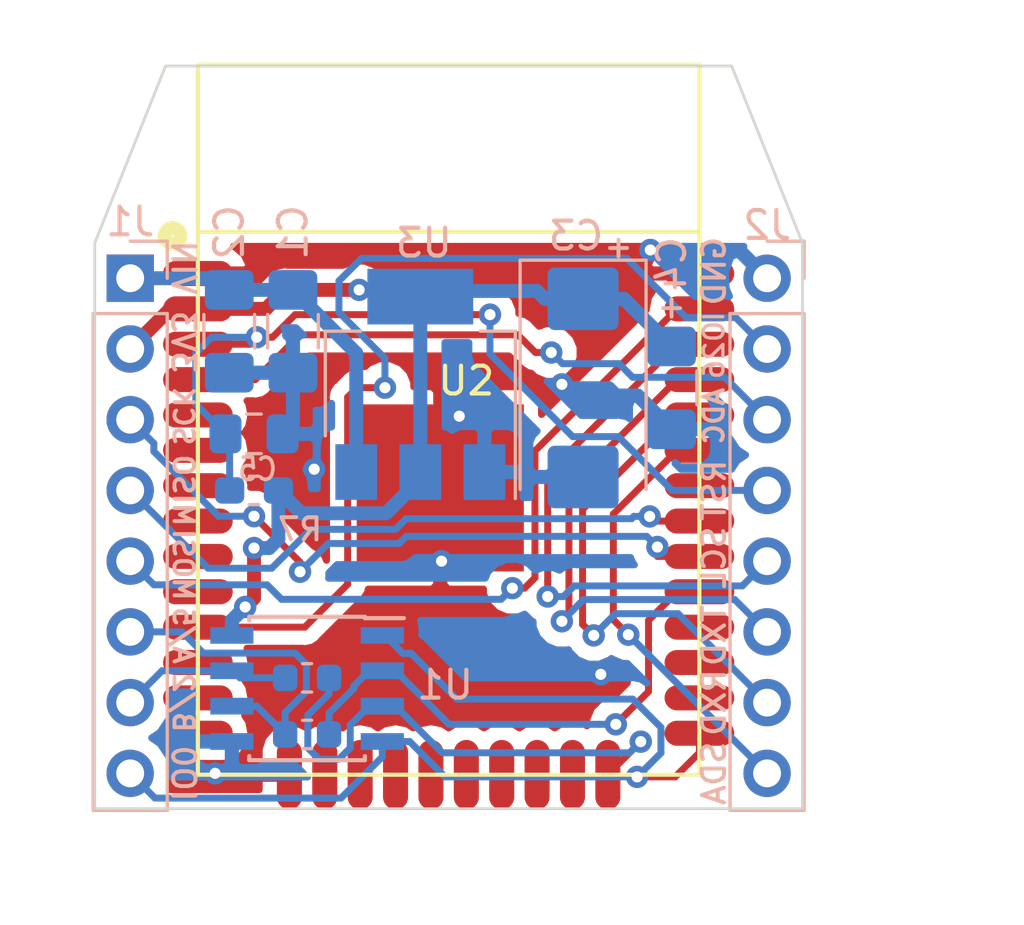
<source format=kicad_pcb>
(kicad_pcb (version 20171130) (host pcbnew 5.0.0)

  (general
    (thickness 1.6)
    (drawings 26)
    (tracks 239)
    (zones 0)
    (modules 13)
    (nets 40)
  )

  (page A4)
  (layers
    (0 F.Cu signal)
    (31 B.Cu signal)
    (32 B.Adhes user)
    (33 F.Adhes user)
    (34 B.Paste user)
    (35 F.Paste user)
    (36 B.SilkS user)
    (37 F.SilkS user)
    (38 B.Mask user)
    (39 F.Mask user)
    (40 Dwgs.User user)
    (41 Cmts.User user)
    (42 Eco1.User user)
    (43 Eco2.User user)
    (44 Edge.Cuts user)
    (45 Margin user)
    (46 B.CrtYd user)
    (47 F.CrtYd user)
    (48 B.Fab user)
    (49 F.Fab user)
  )

  (setup
    (last_trace_width 0.25)
    (trace_clearance 0.2)
    (zone_clearance 0.508)
    (zone_45_only no)
    (trace_min 0.2)
    (segment_width 0.2)
    (edge_width 0.1)
    (via_size 0.8)
    (via_drill 0.4)
    (via_min_size 0.8)
    (via_min_drill 0.3)
    (uvia_size 0.3)
    (uvia_drill 0.1)
    (uvias_allowed no)
    (uvia_min_size 0.2)
    (uvia_min_drill 0.1)
    (pcb_text_width 0.3)
    (pcb_text_size 1.5 1.5)
    (mod_edge_width 0.15)
    (mod_text_size 1 1)
    (mod_text_width 0.15)
    (pad_size 1.7 1.7)
    (pad_drill 1)
    (pad_to_mask_clearance 0)
    (aux_axis_origin 0 0)
    (visible_elements FFFFFF7F)
    (pcbplotparams
      (layerselection 0x010f0_ffffffff)
      (usegerberextensions true)
      (usegerberattributes false)
      (usegerberadvancedattributes false)
      (creategerberjobfile false)
      (excludeedgelayer true)
      (linewidth 0.100000)
      (plotframeref false)
      (viasonmask false)
      (mode 1)
      (useauxorigin false)
      (hpglpennumber 1)
      (hpglpenspeed 20)
      (hpglpendiameter 15.000000)
      (psnegative false)
      (psa4output false)
      (plotreference true)
      (plotvalue false)
      (plotinvisibletext false)
      (padsonsilk false)
      (subtractmaskfromsilk true)
      (outputformat 1)
      (mirror false)
      (drillshape 0)
      (scaleselection 1)
      (outputdirectory ""))
  )

  (net 0 "")
  (net 1 GND)
  (net 2 +3V3)
  (net 3 VCC)
  (net 4 RST)
  (net 5 IO0)
  (net 6 B)
  (net 7 A)
  (net 8 IO5)
  (net 9 TXD)
  (net 10 RXD)
  (net 11 IO2)
  (net 12 MOSI)
  (net 13 MISO)
  (net 14 SCK)
  (net 15 IO26)
  (net 16 ADC)
  (net 17 SCL)
  (net 18 SDA)
  (net 19 "Net-(U2-Pad32)")
  (net 20 "Net-(U2-Pad28)")
  (net 21 "Net-(U2-Pad27)")
  (net 22 "Net-(U2-Pad26)")
  (net 23 "Net-(U2-Pad23)")
  (net 24 "Net-(U2-Pad22)")
  (net 25 "Net-(U2-Pad21)")
  (net 26 "Net-(U2-Pad20)")
  (net 27 "Net-(U2-Pad19)")
  (net 28 "Net-(U2-Pad18)")
  (net 29 "Net-(U2-Pad17)")
  (net 30 "Net-(U2-Pad16)")
  (net 31 "Net-(U2-Pad14)")
  (net 32 "Net-(U2-Pad13)")
  (net 33 "Net-(U2-Pad12)")
  (net 34 "Net-(U2-Pad10)")
  (net 35 "Net-(U2-Pad9)")
  (net 36 "Net-(U2-Pad8)")
  (net 37 "Net-(U2-Pad7)")
  (net 38 "Net-(U2-Pad6)")
  (net 39 "Net-(U2-Pad5)")

  (net_class Default "これはデフォルトのネット クラスです。"
    (clearance 0.2)
    (trace_width 0.25)
    (via_dia 0.8)
    (via_drill 0.4)
    (uvia_dia 0.3)
    (uvia_drill 0.1)
    (add_net A)
    (add_net ADC)
    (add_net B)
    (add_net IO0)
    (add_net IO2)
    (add_net IO26)
    (add_net IO5)
    (add_net MISO)
    (add_net MOSI)
    (add_net "Net-(U2-Pad10)")
    (add_net "Net-(U2-Pad12)")
    (add_net "Net-(U2-Pad13)")
    (add_net "Net-(U2-Pad14)")
    (add_net "Net-(U2-Pad16)")
    (add_net "Net-(U2-Pad17)")
    (add_net "Net-(U2-Pad18)")
    (add_net "Net-(U2-Pad19)")
    (add_net "Net-(U2-Pad20)")
    (add_net "Net-(U2-Pad21)")
    (add_net "Net-(U2-Pad22)")
    (add_net "Net-(U2-Pad23)")
    (add_net "Net-(U2-Pad26)")
    (add_net "Net-(U2-Pad27)")
    (add_net "Net-(U2-Pad28)")
    (add_net "Net-(U2-Pad32)")
    (add_net "Net-(U2-Pad5)")
    (add_net "Net-(U2-Pad6)")
    (add_net "Net-(U2-Pad7)")
    (add_net "Net-(U2-Pad8)")
    (add_net "Net-(U2-Pad9)")
    (add_net RST)
    (add_net RXD)
    (add_net SCK)
    (add_net SCL)
    (add_net SDA)
    (add_net TXD)
  )

  (net_class Power ""
    (clearance 0.2)
    (trace_width 0.5)
    (via_dia 0.8)
    (via_drill 0.4)
    (uvia_dia 0.3)
    (uvia_drill 0.1)
    (add_net +3V3)
    (add_net GND)
    (add_net VCC)
  )

  (module Package_SO:SOIC-8_3.9x4.9mm_P1.27mm (layer B.Cu) (tedit 5A02F2D3) (tstamp 5B97DB32)
    (at 135.89 111.252 180)
    (descr "8-Lead Plastic Small Outline (SN) - Narrow, 3.90 mm Body [SOIC] (see Microchip Packaging Specification 00000049BS.pdf)")
    (tags "SOIC 1.27")
    (path /5B923B04)
    (attr smd)
    (fp_text reference U1 (at -4.953 0.127 180) (layer B.SilkS)
      (effects (font (size 1 1) (thickness 0.15)) (justify mirror))
    )
    (fp_text value MAX3485 (at 0 -3.5 180) (layer B.Fab)
      (effects (font (size 1 1) (thickness 0.15)) (justify mirror))
    )
    (fp_text user %R (at 0 0 180) (layer B.Fab)
      (effects (font (size 1 1) (thickness 0.15)) (justify mirror))
    )
    (fp_line (start -0.95 2.45) (end 1.95 2.45) (layer B.Fab) (width 0.1))
    (fp_line (start 1.95 2.45) (end 1.95 -2.45) (layer B.Fab) (width 0.1))
    (fp_line (start 1.95 -2.45) (end -1.95 -2.45) (layer B.Fab) (width 0.1))
    (fp_line (start -1.95 -2.45) (end -1.95 1.45) (layer B.Fab) (width 0.1))
    (fp_line (start -1.95 1.45) (end -0.95 2.45) (layer B.Fab) (width 0.1))
    (fp_line (start -3.73 2.7) (end -3.73 -2.7) (layer B.CrtYd) (width 0.05))
    (fp_line (start 3.73 2.7) (end 3.73 -2.7) (layer B.CrtYd) (width 0.05))
    (fp_line (start -3.73 2.7) (end 3.73 2.7) (layer B.CrtYd) (width 0.05))
    (fp_line (start -3.73 -2.7) (end 3.73 -2.7) (layer B.CrtYd) (width 0.05))
    (fp_line (start -2.075 2.575) (end -2.075 2.525) (layer B.SilkS) (width 0.15))
    (fp_line (start 2.075 2.575) (end 2.075 2.43) (layer B.SilkS) (width 0.15))
    (fp_line (start 2.075 -2.575) (end 2.075 -2.43) (layer B.SilkS) (width 0.15))
    (fp_line (start -2.075 -2.575) (end -2.075 -2.43) (layer B.SilkS) (width 0.15))
    (fp_line (start -2.075 2.575) (end 2.075 2.575) (layer B.SilkS) (width 0.15))
    (fp_line (start -2.075 -2.575) (end 2.075 -2.575) (layer B.SilkS) (width 0.15))
    (fp_line (start -2.075 2.525) (end -3.475 2.525) (layer B.SilkS) (width 0.15))
    (pad 1 smd rect (at -2.7 1.905 180) (size 1.55 0.6) (layers B.Cu B.Paste B.Mask)
      (net 5 IO0))
    (pad 2 smd rect (at -2.7 0.635 180) (size 1.55 0.6) (layers B.Cu B.Paste B.Mask)
      (net 8 IO5))
    (pad 3 smd rect (at -2.7 -0.635 180) (size 1.55 0.6) (layers B.Cu B.Paste B.Mask)
      (net 11 IO2))
    (pad 4 smd rect (at -2.7 -1.905 180) (size 1.55 0.6) (layers B.Cu B.Paste B.Mask)
      (net 5 IO0))
    (pad 5 smd rect (at 2.7 -1.905 180) (size 1.55 0.6) (layers B.Cu B.Paste B.Mask)
      (net 1 GND))
    (pad 6 smd rect (at 2.7 -0.635 180) (size 1.55 0.6) (layers B.Cu B.Paste B.Mask)
      (net 7 A))
    (pad 7 smd rect (at 2.7 0.635 180) (size 1.55 0.6) (layers B.Cu B.Paste B.Mask)
      (net 6 B))
    (pad 8 smd rect (at 2.7 1.905 180) (size 1.55 0.6) (layers B.Cu B.Paste B.Mask)
      (net 2 +3V3))
    (model ${KISYS3DMOD}/Package_SO.3dshapes/SOIC-8_3.9x4.9mm_P1.27mm.wrl
      (at (xyz 0 0 0))
      (scale (xyz 1 1 1))
      (rotate (xyz 0 0 0))
    )
  )

  (module Capacitor_SMD:C_1206_3216Metric_Pad1.42x1.75mm_HandSolder (layer B.Cu) (tedit 5B301BBE) (tstamp 5B9F2169)
    (at 135.382 98.425 270)
    (descr "Capacitor SMD 1206 (3216 Metric), square (rectangular) end terminal, IPC_7351 nominal with elongated pad for handsoldering. (Body size source: http://www.tortai-tech.com/upload/download/2011102023233369053.pdf), generated with kicad-footprint-generator")
    (tags "capacitor handsolder")
    (path /5BA86A4D)
    (attr smd)
    (fp_text reference C1 (at -3.556 0 270) (layer B.SilkS)
      (effects (font (size 1 1) (thickness 0.15)) (justify mirror))
    )
    (fp_text value C (at 0 -1.82 270) (layer B.Fab)
      (effects (font (size 1 1) (thickness 0.15)) (justify mirror))
    )
    (fp_line (start -1.6 -0.8) (end -1.6 0.8) (layer B.Fab) (width 0.1))
    (fp_line (start -1.6 0.8) (end 1.6 0.8) (layer B.Fab) (width 0.1))
    (fp_line (start 1.6 0.8) (end 1.6 -0.8) (layer B.Fab) (width 0.1))
    (fp_line (start 1.6 -0.8) (end -1.6 -0.8) (layer B.Fab) (width 0.1))
    (fp_line (start -0.602064 0.91) (end 0.602064 0.91) (layer B.SilkS) (width 0.12))
    (fp_line (start -0.602064 -0.91) (end 0.602064 -0.91) (layer B.SilkS) (width 0.12))
    (fp_line (start -2.45 -1.12) (end -2.45 1.12) (layer B.CrtYd) (width 0.05))
    (fp_line (start -2.45 1.12) (end 2.45 1.12) (layer B.CrtYd) (width 0.05))
    (fp_line (start 2.45 1.12) (end 2.45 -1.12) (layer B.CrtYd) (width 0.05))
    (fp_line (start 2.45 -1.12) (end -2.45 -1.12) (layer B.CrtYd) (width 0.05))
    (fp_text user %R (at 0 0 270) (layer B.Fab)
      (effects (font (size 0.8 0.8) (thickness 0.12)) (justify mirror))
    )
    (pad 1 smd roundrect (at -1.4875 0 270) (size 1.425 1.75) (layers B.Cu B.Paste B.Mask) (roundrect_rratio 0.175439)
      (net 3 VCC))
    (pad 2 smd roundrect (at 1.4875 0 270) (size 1.425 1.75) (layers B.Cu B.Paste B.Mask) (roundrect_rratio 0.175439)
      (net 1 GND))
    (model ${KISYS3DMOD}/Capacitor_SMD.3dshapes/C_1206_3216Metric.wrl
      (at (xyz 0 0 0))
      (scale (xyz 1 1 1))
      (rotate (xyz 0 0 0))
    )
  )

  (module Capacitor_SMD:C_1206_3216Metric_Pad1.42x1.75mm_HandSolder (layer B.Cu) (tedit 5B301BBE) (tstamp 5B9F217A)
    (at 133.096 98.425 270)
    (descr "Capacitor SMD 1206 (3216 Metric), square (rectangular) end terminal, IPC_7351 nominal with elongated pad for handsoldering. (Body size source: http://www.tortai-tech.com/upload/download/2011102023233369053.pdf), generated with kicad-footprint-generator")
    (tags "capacitor handsolder")
    (path /5BA86B48)
    (attr smd)
    (fp_text reference C2 (at -3.556 0 270) (layer B.SilkS)
      (effects (font (size 1 1) (thickness 0.15)) (justify mirror))
    )
    (fp_text value C (at 0 -1.82 270) (layer B.Fab)
      (effects (font (size 1 1) (thickness 0.15)) (justify mirror))
    )
    (fp_text user %R (at 0 0 270) (layer B.Fab)
      (effects (font (size 0.8 0.8) (thickness 0.12)) (justify mirror))
    )
    (fp_line (start 2.45 -1.12) (end -2.45 -1.12) (layer B.CrtYd) (width 0.05))
    (fp_line (start 2.45 1.12) (end 2.45 -1.12) (layer B.CrtYd) (width 0.05))
    (fp_line (start -2.45 1.12) (end 2.45 1.12) (layer B.CrtYd) (width 0.05))
    (fp_line (start -2.45 -1.12) (end -2.45 1.12) (layer B.CrtYd) (width 0.05))
    (fp_line (start -0.602064 -0.91) (end 0.602064 -0.91) (layer B.SilkS) (width 0.12))
    (fp_line (start -0.602064 0.91) (end 0.602064 0.91) (layer B.SilkS) (width 0.12))
    (fp_line (start 1.6 -0.8) (end -1.6 -0.8) (layer B.Fab) (width 0.1))
    (fp_line (start 1.6 0.8) (end 1.6 -0.8) (layer B.Fab) (width 0.1))
    (fp_line (start -1.6 0.8) (end 1.6 0.8) (layer B.Fab) (width 0.1))
    (fp_line (start -1.6 -0.8) (end -1.6 0.8) (layer B.Fab) (width 0.1))
    (pad 2 smd roundrect (at 1.4875 0 270) (size 1.425 1.75) (layers B.Cu B.Paste B.Mask) (roundrect_rratio 0.175439)
      (net 1 GND))
    (pad 1 smd roundrect (at -1.4875 0 270) (size 1.425 1.75) (layers B.Cu B.Paste B.Mask) (roundrect_rratio 0.175439)
      (net 3 VCC))
    (model ${KISYS3DMOD}/Capacitor_SMD.3dshapes/C_1206_3216Metric.wrl
      (at (xyz 0 0 0))
      (scale (xyz 1 1 1))
      (rotate (xyz 0 0 0))
    )
  )

  (module Capacitor_SMD:C_1206_3216Metric_Pad1.42x1.75mm_HandSolder (layer B.Cu) (tedit 5B301BBE) (tstamp 5B9F219C)
    (at 148.971 100.457 270)
    (descr "Capacitor SMD 1206 (3216 Metric), square (rectangular) end terminal, IPC_7351 nominal with elongated pad for handsoldering. (Body size source: http://www.tortai-tech.com/upload/download/2011102023233369053.pdf), generated with kicad-footprint-generator")
    (tags "capacitor handsolder")
    (path /5BA86D43)
    (attr smd)
    (fp_text reference C4 (at -4.445 0 270) (layer B.SilkS)
      (effects (font (size 1 1) (thickness 0.15)) (justify mirror))
    )
    (fp_text value C (at 0 -1.82 270) (layer B.Fab)
      (effects (font (size 1 1) (thickness 0.15)) (justify mirror))
    )
    (fp_text user %R (at 0 0 270) (layer B.Fab)
      (effects (font (size 0.8 0.8) (thickness 0.12)) (justify mirror))
    )
    (fp_line (start 2.45 -1.12) (end -2.45 -1.12) (layer B.CrtYd) (width 0.05))
    (fp_line (start 2.45 1.12) (end 2.45 -1.12) (layer B.CrtYd) (width 0.05))
    (fp_line (start -2.45 1.12) (end 2.45 1.12) (layer B.CrtYd) (width 0.05))
    (fp_line (start -2.45 -1.12) (end -2.45 1.12) (layer B.CrtYd) (width 0.05))
    (fp_line (start -0.602064 -0.91) (end 0.602064 -0.91) (layer B.SilkS) (width 0.12))
    (fp_line (start -0.602064 0.91) (end 0.602064 0.91) (layer B.SilkS) (width 0.12))
    (fp_line (start 1.6 -0.8) (end -1.6 -0.8) (layer B.Fab) (width 0.1))
    (fp_line (start 1.6 0.8) (end 1.6 -0.8) (layer B.Fab) (width 0.1))
    (fp_line (start -1.6 0.8) (end 1.6 0.8) (layer B.Fab) (width 0.1))
    (fp_line (start -1.6 -0.8) (end -1.6 0.8) (layer B.Fab) (width 0.1))
    (pad 2 smd roundrect (at 1.4875 0 270) (size 1.425 1.75) (layers B.Cu B.Paste B.Mask) (roundrect_rratio 0.175439)
      (net 1 GND))
    (pad 1 smd roundrect (at -1.4875 0 270) (size 1.425 1.75) (layers B.Cu B.Paste B.Mask) (roundrect_rratio 0.175439)
      (net 2 +3V3))
    (model ${KISYS3DMOD}/Capacitor_SMD.3dshapes/C_1206_3216Metric.wrl
      (at (xyz 0 0 0))
      (scale (xyz 1 1 1))
      (rotate (xyz 0 0 0))
    )
  )

  (module Package_TO_SOT_SMD:SOT-223-3_TabPin2 (layer B.Cu) (tedit 5A02FF57) (tstamp 5B9F21B2)
    (at 139.954 100.33 90)
    (descr "module CMS SOT223 4 pins")
    (tags "CMS SOT")
    (path /5BA6808A)
    (attr smd)
    (fp_text reference U3 (at 5.08 0.127) (layer B.SilkS)
      (effects (font (size 1 1) (thickness 0.15)) (justify mirror))
    )
    (fp_text value AMS1117-3.3 (at 0 -4.5 90) (layer B.Fab)
      (effects (font (size 1 1) (thickness 0.15)) (justify mirror))
    )
    (fp_text user %R (at -1.27 -0.381) (layer B.Fab)
      (effects (font (size 0.8 0.8) (thickness 0.12)) (justify mirror))
    )
    (fp_line (start 1.91 -3.41) (end 1.91 -2.15) (layer B.SilkS) (width 0.12))
    (fp_line (start 1.91 3.41) (end 1.91 2.15) (layer B.SilkS) (width 0.12))
    (fp_line (start 4.4 3.6) (end -4.4 3.6) (layer B.CrtYd) (width 0.05))
    (fp_line (start 4.4 -3.6) (end 4.4 3.6) (layer B.CrtYd) (width 0.05))
    (fp_line (start -4.4 -3.6) (end 4.4 -3.6) (layer B.CrtYd) (width 0.05))
    (fp_line (start -4.4 3.6) (end -4.4 -3.6) (layer B.CrtYd) (width 0.05))
    (fp_line (start -1.85 2.35) (end -0.85 3.35) (layer B.Fab) (width 0.1))
    (fp_line (start -1.85 2.35) (end -1.85 -3.35) (layer B.Fab) (width 0.1))
    (fp_line (start -1.85 -3.41) (end 1.91 -3.41) (layer B.SilkS) (width 0.12))
    (fp_line (start -0.85 3.35) (end 1.85 3.35) (layer B.Fab) (width 0.1))
    (fp_line (start -4.1 3.41) (end 1.91 3.41) (layer B.SilkS) (width 0.12))
    (fp_line (start -1.85 -3.35) (end 1.85 -3.35) (layer B.Fab) (width 0.1))
    (fp_line (start 1.85 3.35) (end 1.85 -3.35) (layer B.Fab) (width 0.1))
    (pad 2 smd rect (at 3.15 0 90) (size 2 3.8) (layers B.Cu B.Paste B.Mask)
      (net 2 +3V3))
    (pad 2 smd rect (at -3.15 0 90) (size 2 1.5) (layers B.Cu B.Paste B.Mask)
      (net 2 +3V3))
    (pad 3 smd rect (at -3.15 -2.3 90) (size 2 1.5) (layers B.Cu B.Paste B.Mask)
      (net 3 VCC))
    (pad 1 smd rect (at -3.15 2.3 90) (size 2 1.5) (layers B.Cu B.Paste B.Mask)
      (net 1 GND))
    (model ${KISYS3DMOD}/Package_TO_SOT_SMD.3dshapes/SOT-223.wrl
      (at (xyz 0 0 0))
      (scale (xyz 1 1 1))
      (rotate (xyz 0 0 0))
    )
  )

  (module Connector_PinHeader_2.54mm:PinHeader_1x08_P2.54mm_Vertical (layer B.Cu) (tedit 59FED5CC) (tstamp 5B9E322A)
    (at 129.54 96.52 180)
    (descr "Through hole straight pin header, 1x08, 2.54mm pitch, single row")
    (tags "Through hole pin header THT 1x08 2.54mm single row")
    (path /5B94B3AE)
    (fp_text reference J1 (at 0 2.032 180) (layer B.SilkS)
      (effects (font (size 1 1) (thickness 0.15)) (justify mirror))
    )
    (fp_text value Conn_01x08 (at 0 -20.11 180) (layer B.Fab)
      (effects (font (size 1 1) (thickness 0.15)) (justify mirror))
    )
    (fp_text user %R (at 0 -8.89 90) (layer B.Fab)
      (effects (font (size 1 1) (thickness 0.15)) (justify mirror))
    )
    (fp_line (start 1.8 1.8) (end -1.8 1.8) (layer B.CrtYd) (width 0.05))
    (fp_line (start 1.8 -19.55) (end 1.8 1.8) (layer B.CrtYd) (width 0.05))
    (fp_line (start -1.8 -19.55) (end 1.8 -19.55) (layer B.CrtYd) (width 0.05))
    (fp_line (start -1.8 1.8) (end -1.8 -19.55) (layer B.CrtYd) (width 0.05))
    (fp_line (start -1.33 1.33) (end 0 1.33) (layer B.SilkS) (width 0.12))
    (fp_line (start -1.33 0) (end -1.33 1.33) (layer B.SilkS) (width 0.12))
    (fp_line (start -1.33 -1.27) (end 1.33 -1.27) (layer B.SilkS) (width 0.12))
    (fp_line (start 1.33 -1.27) (end 1.33 -19.11) (layer B.SilkS) (width 0.12))
    (fp_line (start -1.33 -1.27) (end -1.33 -19.11) (layer B.SilkS) (width 0.12))
    (fp_line (start -1.33 -19.11) (end 1.33 -19.11) (layer B.SilkS) (width 0.12))
    (fp_line (start -1.27 0.635) (end -0.635 1.27) (layer B.Fab) (width 0.1))
    (fp_line (start -1.27 -19.05) (end -1.27 0.635) (layer B.Fab) (width 0.1))
    (fp_line (start 1.27 -19.05) (end -1.27 -19.05) (layer B.Fab) (width 0.1))
    (fp_line (start 1.27 1.27) (end 1.27 -19.05) (layer B.Fab) (width 0.1))
    (fp_line (start -0.635 1.27) (end 1.27 1.27) (layer B.Fab) (width 0.1))
    (pad 8 thru_hole oval (at 0 -17.78 180) (size 1.7 1.7) (drill 1) (layers *.Cu *.Mask)
      (net 5 IO0))
    (pad 7 thru_hole oval (at 0 -15.24 180) (size 1.7 1.7) (drill 1) (layers *.Cu *.Mask)
      (net 6 B))
    (pad 6 thru_hole oval (at 0 -12.7 180) (size 1.7 1.7) (drill 1) (layers *.Cu *.Mask)
      (net 7 A))
    (pad 5 thru_hole oval (at 0 -10.16 180) (size 1.7 1.7) (drill 1) (layers *.Cu *.Mask)
      (net 12 MOSI))
    (pad 4 thru_hole oval (at 0 -7.62 180) (size 1.7 1.7) (drill 1) (layers *.Cu *.Mask)
      (net 13 MISO))
    (pad 3 thru_hole oval (at 0 -5.08 180) (size 1.7 1.7) (drill 1) (layers *.Cu *.Mask)
      (net 14 SCK))
    (pad 2 thru_hole oval (at 0 -2.54 180) (size 1.7 1.7) (drill 1) (layers *.Cu *.Mask)
      (net 2 +3V3))
    (pad 1 thru_hole rect (at 0 0 180) (size 1.7 1.7) (drill 1) (layers *.Cu *.Mask)
      (net 3 VCC))
    (model ${KISYS3DMOD}/Connector_PinHeader_2.54mm.3dshapes/PinHeader_1x08_P2.54mm_Vertical.wrl
      (at (xyz 0 0 0))
      (scale (xyz 1 1 1))
      (rotate (xyz 0 0 0))
    )
  )

  (module Connector_PinHeader_2.54mm:PinHeader_1x08_P2.54mm_Vertical (layer B.Cu) (tedit 5B9D5743) (tstamp 5B9E3245)
    (at 152.4 96.52 180)
    (descr "Through hole straight pin header, 1x08, 2.54mm pitch, single row")
    (tags "Through hole pin header THT 1x08 2.54mm single row")
    (path /5B94E662)
    (fp_text reference J2 (at 0 1.905 180) (layer B.SilkS)
      (effects (font (size 1 1) (thickness 0.15)) (justify mirror))
    )
    (fp_text value Conn_01x08 (at 0 -20.11 180) (layer B.Fab)
      (effects (font (size 1 1) (thickness 0.15)) (justify mirror))
    )
    (fp_line (start -0.635 1.27) (end 1.27 1.27) (layer B.Fab) (width 0.1))
    (fp_line (start 1.27 1.27) (end 1.27 -19.05) (layer B.Fab) (width 0.1))
    (fp_line (start 1.27 -19.05) (end -1.27 -19.05) (layer B.Fab) (width 0.1))
    (fp_line (start -1.27 -19.05) (end -1.27 0.635) (layer B.Fab) (width 0.1))
    (fp_line (start -1.27 0.635) (end -0.635 1.27) (layer B.Fab) (width 0.1))
    (fp_line (start -1.33 -19.11) (end 1.33 -19.11) (layer B.SilkS) (width 0.12))
    (fp_line (start -1.33 -1.27) (end -1.33 -19.11) (layer B.SilkS) (width 0.12))
    (fp_line (start 1.33 -1.27) (end 1.33 -19.11) (layer B.SilkS) (width 0.12))
    (fp_line (start -1.33 -1.27) (end 1.33 -1.27) (layer B.SilkS) (width 0.12))
    (fp_line (start -1.33 0) (end -1.33 1.33) (layer B.SilkS) (width 0.12))
    (fp_line (start -1.33 1.33) (end 0 1.33) (layer B.SilkS) (width 0.12))
    (fp_line (start -1.8 1.8) (end -1.8 -19.55) (layer B.CrtYd) (width 0.05))
    (fp_line (start -1.8 -19.55) (end 1.8 -19.55) (layer B.CrtYd) (width 0.05))
    (fp_line (start 1.8 -19.55) (end 1.8 1.8) (layer B.CrtYd) (width 0.05))
    (fp_line (start 1.8 1.8) (end -1.8 1.8) (layer B.CrtYd) (width 0.05))
    (fp_text user %R (at 0 -8.89 90) (layer B.Fab)
      (effects (font (size 1 1) (thickness 0.15)) (justify mirror))
    )
    (pad 1 thru_hole circle (at 0 0 180) (size 1.7 1.7) (drill 1) (layers *.Cu *.Mask)
      (net 1 GND))
    (pad 2 thru_hole oval (at 0 -2.54 180) (size 1.7 1.7) (drill 1) (layers *.Cu *.Mask)
      (net 15 IO26))
    (pad 3 thru_hole oval (at 0 -5.08 180) (size 1.7 1.7) (drill 1) (layers *.Cu *.Mask)
      (net 16 ADC))
    (pad 4 thru_hole oval (at 0 -7.62 180) (size 1.7 1.7) (drill 1) (layers *.Cu *.Mask)
      (net 4 RST))
    (pad 5 thru_hole oval (at 0 -10.16 180) (size 1.7 1.7) (drill 1) (layers *.Cu *.Mask)
      (net 17 SCL))
    (pad 6 thru_hole oval (at 0 -12.7 180) (size 1.7 1.7) (drill 1) (layers *.Cu *.Mask)
      (net 9 TXD))
    (pad 7 thru_hole oval (at 0 -15.24 180) (size 1.7 1.7) (drill 1) (layers *.Cu *.Mask)
      (net 10 RXD))
    (pad 8 thru_hole oval (at 0 -17.78 180) (size 1.7 1.7) (drill 1) (layers *.Cu *.Mask)
      (net 18 SDA))
    (model ${KISYS3DMOD}/Connector_PinHeader_2.54mm.3dshapes/PinHeader_1x08_P2.54mm_Vertical.wrl
      (at (xyz 0 0 0))
      (scale (xyz 1 1 1))
      (rotate (xyz 0 0 0))
    )
  )

  (module Resistor_SMD:R_0603_1608Metric_Pad1.05x0.95mm_HandSolder (layer B.Cu) (tedit 5BA2D98A) (tstamp 5BA2C9CE)
    (at 133.985 104.14 180)
    (descr "Resistor SMD 0603 (1608 Metric), square (rectangular) end terminal, IPC_7351 nominal with elongated pad for handsoldering. (Body size source: http://www.tortai-tech.com/upload/download/2011102023233369053.pdf), generated with kicad-footprint-generator")
    (tags "resistor handsolder")
    (path /5B924085)
    (attr smd)
    (fp_text reference R7 (at -1.651 -1.397 180) (layer B.SilkS)
      (effects (font (size 0.8 0.8) (thickness 0.14)) (justify mirror))
    )
    (fp_text value 10K (at 0 -1.43 180) (layer B.Fab)
      (effects (font (size 1 1) (thickness 0.15)) (justify mirror))
    )
    (fp_text user %R (at 0 0) (layer B.Fab)
      (effects (font (size 0.4 0.4) (thickness 0.06)) (justify mirror))
    )
    (fp_line (start 1.65 -0.73) (end -1.65 -0.73) (layer B.CrtYd) (width 0.05))
    (fp_line (start 1.65 0.73) (end 1.65 -0.73) (layer B.CrtYd) (width 0.05))
    (fp_line (start -1.65 0.73) (end 1.65 0.73) (layer B.CrtYd) (width 0.05))
    (fp_line (start -1.65 -0.73) (end -1.65 0.73) (layer B.CrtYd) (width 0.05))
    (fp_line (start -0.171267 -0.51) (end 0.171267 -0.51) (layer B.SilkS) (width 0.12))
    (fp_line (start -0.171267 0.51) (end 0.171267 0.51) (layer B.SilkS) (width 0.12))
    (fp_line (start 0.8 -0.4) (end -0.8 -0.4) (layer B.Fab) (width 0.1))
    (fp_line (start 0.8 0.4) (end 0.8 -0.4) (layer B.Fab) (width 0.1))
    (fp_line (start -0.8 0.4) (end 0.8 0.4) (layer B.Fab) (width 0.1))
    (fp_line (start -0.8 -0.4) (end -0.8 0.4) (layer B.Fab) (width 0.1))
    (pad 2 smd roundrect (at 0.875 0 180) (size 1.05 0.95) (layers B.Cu B.Paste B.Mask) (roundrect_rratio 0.25)
      (net 4 RST))
    (pad 1 smd roundrect (at -0.875 0 180) (size 1.05 0.95) (layers B.Cu B.Paste B.Mask) (roundrect_rratio 0.25)
      (net 2 +3V3))
    (model ${KISYS3DMOD}/Resistor_SMD.3dshapes/R_0603_1608Metric.wrl
      (at (xyz 0 0 0))
      (scale (xyz 1 1 1))
      (rotate (xyz 0 0 0))
    )
  )

  (module Capacitor_SMD:C_0805_2012Metric_Pad1.15x1.40mm_HandSolder (layer B.Cu) (tedit 5BE7B3C2) (tstamp 5BA483E5)
    (at 133.985 102.108)
    (descr "Capacitor SMD 0805 (2012 Metric), square (rectangular) end terminal, IPC_7351 nominal with elongated pad for handsoldering. (Body size source: https://docs.google.com/spreadsheets/d/1BsfQQcO9C6DZCsRaXUlFlo91Tg2WpOkGARC1WS5S8t0/edit?usp=sharing), generated with kicad-footprint-generator")
    (tags "capacitor handsolder")
    (path /5BA20D2D)
    (attr smd)
    (fp_text reference C5 (at 0.127 1.27) (layer B.SilkS)
      (effects (font (size 0.8 0.7) (thickness 0.13)) (justify mirror))
    )
    (fp_text value C (at 0 -1.65) (layer B.Fab)
      (effects (font (size 1 1) (thickness 0.15)) (justify mirror))
    )
    (fp_line (start -1 -0.6) (end -1 0.6) (layer B.Fab) (width 0.1))
    (fp_line (start -1 0.6) (end 1 0.6) (layer B.Fab) (width 0.1))
    (fp_line (start 1 0.6) (end 1 -0.6) (layer B.Fab) (width 0.1))
    (fp_line (start 1 -0.6) (end -1 -0.6) (layer B.Fab) (width 0.1))
    (fp_line (start -0.261252 0.71) (end 0.261252 0.71) (layer B.SilkS) (width 0.12))
    (fp_line (start -0.261252 -0.71) (end 0.261252 -0.71) (layer B.SilkS) (width 0.12))
    (fp_line (start -1.85 -0.95) (end -1.85 0.95) (layer B.CrtYd) (width 0.05))
    (fp_line (start -1.85 0.95) (end 1.85 0.95) (layer B.CrtYd) (width 0.05))
    (fp_line (start 1.85 0.95) (end 1.85 -0.95) (layer B.CrtYd) (width 0.05))
    (fp_line (start 1.85 -0.95) (end -1.85 -0.95) (layer B.CrtYd) (width 0.05))
    (fp_text user %R (at 0 0) (layer B.Fab)
      (effects (font (size 0.5 0.5) (thickness 0.08)) (justify mirror))
    )
    (pad 1 smd roundrect (at -1.025 0) (size 1.15 1.4) (layers B.Cu B.Paste B.Mask) (roundrect_rratio 0.217391)
      (net 4 RST))
    (pad 2 smd roundrect (at 1.025 0) (size 1.15 1.4) (layers B.Cu B.Paste B.Mask) (roundrect_rratio 0.217391)
      (net 1 GND))
    (model ${KISYS3DMOD}/Capacitor_SMD.3dshapes/C_0805_2012Metric.wrl
      (at (xyz 0 0 0))
      (scale (xyz 1 1 1))
      (rotate (xyz 0 0 0))
    )
  )

  (module Capacitor_Tantalum_SMD:CP_EIA-7343-15_Kemet-W_Pad2.25x2.55mm_HandSolder (layer B.Cu) (tedit 5B301BBE) (tstamp 5BE927E0)
    (at 145.796 100.457 270)
    (descr "Tantalum Capacitor SMD Kemet-W (7343-15 Metric), IPC_7351 nominal, (Body size from: http://www.kemet.com/Lists/ProductCatalog/Attachments/253/KEM_TC101_STD.pdf), generated with kicad-footprint-generator")
    (tags "capacitor tantalum")
    (path /5BA86C88)
    (attr smd)
    (fp_text reference C3 (at -5.461 0.254 180) (layer B.SilkS)
      (effects (font (size 1 1) (thickness 0.15)) (justify mirror))
    )
    (fp_text value C (at 0 -3.1 270) (layer B.Fab)
      (effects (font (size 1 1) (thickness 0.15)) (justify mirror))
    )
    (fp_line (start 3.65 2.15) (end -2.65 2.15) (layer B.Fab) (width 0.1))
    (fp_line (start -2.65 2.15) (end -3.65 1.15) (layer B.Fab) (width 0.1))
    (fp_line (start -3.65 1.15) (end -3.65 -2.15) (layer B.Fab) (width 0.1))
    (fp_line (start -3.65 -2.15) (end 3.65 -2.15) (layer B.Fab) (width 0.1))
    (fp_line (start 3.65 -2.15) (end 3.65 2.15) (layer B.Fab) (width 0.1))
    (fp_line (start 3.65 2.26) (end -4.585 2.26) (layer B.SilkS) (width 0.12))
    (fp_line (start -4.585 2.26) (end -4.585 -2.26) (layer B.SilkS) (width 0.12))
    (fp_line (start -4.585 -2.26) (end 3.65 -2.26) (layer B.SilkS) (width 0.12))
    (fp_line (start -4.58 -2.4) (end -4.58 2.4) (layer B.CrtYd) (width 0.05))
    (fp_line (start -4.58 2.4) (end 4.58 2.4) (layer B.CrtYd) (width 0.05))
    (fp_line (start 4.58 2.4) (end 4.58 -2.4) (layer B.CrtYd) (width 0.05))
    (fp_line (start 4.58 -2.4) (end -4.58 -2.4) (layer B.CrtYd) (width 0.05))
    (fp_text user %R (at 0 0 270) (layer B.Fab)
      (effects (font (size 1 1) (thickness 0.15)) (justify mirror))
    )
    (pad 1 smd roundrect (at -3.2 0 270) (size 2.25 2.55) (layers B.Cu B.Paste B.Mask) (roundrect_rratio 0.111111)
      (net 2 +3V3))
    (pad 2 smd roundrect (at 3.2 0 270) (size 2.25 2.55) (layers B.Cu B.Paste B.Mask) (roundrect_rratio 0.111111)
      (net 1 GND))
    (model ${KISYS3DMOD}/Capacitor_Tantalum_SMD.3dshapes/CP_EIA-7343-15_Kemet-W.wrl
      (at (xyz 0 0 0))
      (scale (xyz 1 1 1))
      (rotate (xyz 0 0 0))
    )
  )

  (module Resistor_SMD:R_0603_1608Metric (layer B.Cu) (tedit 5BE77A9F) (tstamp 5BEB2CD1)
    (at 135.89 112.903)
    (descr "Resistor SMD 0603 (1608 Metric), square (rectangular) end terminal, IPC_7351 nominal, (Body size source: http://www.tortai-tech.com/upload/download/2011102023233369053.pdf), generated with kicad-footprint-generator")
    (tags resistor)
    (path /5BFC93CC)
    (attr smd)
    (fp_text reference R4 (at 0.127 1.905) (layer B.SilkS) hide
      (effects (font (size 1 1) (thickness 0.15)) (justify mirror))
    )
    (fp_text value 0 (at 0 -1.43) (layer B.Fab)
      (effects (font (size 1 1) (thickness 0.15)) (justify mirror))
    )
    (fp_line (start -0.8 -0.4) (end -0.8 0.4) (layer B.Fab) (width 0.1))
    (fp_line (start -0.8 0.4) (end 0.8 0.4) (layer B.Fab) (width 0.1))
    (fp_line (start 0.8 0.4) (end 0.8 -0.4) (layer B.Fab) (width 0.1))
    (fp_line (start 0.8 -0.4) (end -0.8 -0.4) (layer B.Fab) (width 0.1))
    (fp_line (start -0.162779 0.51) (end 0.162779 0.51) (layer B.SilkS) (width 0.12))
    (fp_line (start -0.162779 -0.51) (end 0.162779 -0.51) (layer B.SilkS) (width 0.12))
    (fp_line (start -1.48 -0.73) (end -1.48 0.73) (layer B.CrtYd) (width 0.05))
    (fp_line (start -1.48 0.73) (end 1.48 0.73) (layer B.CrtYd) (width 0.05))
    (fp_line (start 1.48 0.73) (end 1.48 -0.73) (layer B.CrtYd) (width 0.05))
    (fp_line (start 1.48 -0.73) (end -1.48 -0.73) (layer B.CrtYd) (width 0.05))
    (fp_text user %R (at 0 0) (layer B.Fab)
      (effects (font (size 0.4 0.4) (thickness 0.06)) (justify mirror))
    )
    (pad 1 smd roundrect (at -0.7875 0) (size 0.875 0.95) (layers B.Cu B.Paste B.Mask) (roundrect_rratio 0.25)
      (net 7 A))
    (pad 2 smd roundrect (at 0.7875 0) (size 0.875 0.95) (layers B.Cu B.Paste B.Mask) (roundrect_rratio 0.25)
      (net 8 IO5))
    (model ${KISYS3DMOD}/Resistor_SMD.3dshapes/R_0603_1608Metric.wrl
      (at (xyz 0 0 0))
      (scale (xyz 1 1 1))
      (rotate (xyz 0 0 0))
    )
  )

  (module Resistor_SMD:R_0603_1608Metric (layer B.Cu) (tedit 5BE77AA8) (tstamp 5BEB2CE1)
    (at 135.89 110.871)
    (descr "Resistor SMD 0603 (1608 Metric), square (rectangular) end terminal, IPC_7351 nominal, (Body size source: http://www.tortai-tech.com/upload/download/2011102023233369053.pdf), generated with kicad-footprint-generator")
    (tags resistor)
    (path /5BDFB9CD)
    (attr smd)
    (fp_text reference R8 (at 0 1.43) (layer B.SilkS) hide
      (effects (font (size 1 1) (thickness 0.15)) (justify mirror))
    )
    (fp_text value 0 (at 0 -1.43) (layer B.Fab)
      (effects (font (size 1 1) (thickness 0.15)) (justify mirror))
    )
    (fp_text user %R (at 0 0) (layer B.Fab)
      (effects (font (size 0.4 0.4) (thickness 0.06)) (justify mirror))
    )
    (fp_line (start 1.48 -0.73) (end -1.48 -0.73) (layer B.CrtYd) (width 0.05))
    (fp_line (start 1.48 0.73) (end 1.48 -0.73) (layer B.CrtYd) (width 0.05))
    (fp_line (start -1.48 0.73) (end 1.48 0.73) (layer B.CrtYd) (width 0.05))
    (fp_line (start -1.48 -0.73) (end -1.48 0.73) (layer B.CrtYd) (width 0.05))
    (fp_line (start -0.162779 -0.51) (end 0.162779 -0.51) (layer B.SilkS) (width 0.12))
    (fp_line (start -0.162779 0.51) (end 0.162779 0.51) (layer B.SilkS) (width 0.12))
    (fp_line (start 0.8 -0.4) (end -0.8 -0.4) (layer B.Fab) (width 0.1))
    (fp_line (start 0.8 0.4) (end 0.8 -0.4) (layer B.Fab) (width 0.1))
    (fp_line (start -0.8 0.4) (end 0.8 0.4) (layer B.Fab) (width 0.1))
    (fp_line (start -0.8 -0.4) (end -0.8 0.4) (layer B.Fab) (width 0.1))
    (pad 2 smd roundrect (at 0.7875 0) (size 0.875 0.95) (layers B.Cu B.Paste B.Mask) (roundrect_rratio 0.25)
      (net 11 IO2))
    (pad 1 smd roundrect (at -0.7875 0) (size 0.875 0.95) (layers B.Cu B.Paste B.Mask) (roundrect_rratio 0.25)
      (net 6 B))
    (model ${KISYS3DMOD}/Resistor_SMD.3dshapes/R_0603_1608Metric.wrl
      (at (xyz 0 0 0))
      (scale (xyz 1 1 1))
      (rotate (xyz 0 0 0))
    )
  )

  (module esp32:ESP32-WROOM (layer F.Cu) (tedit 5BE7B385) (tstamp 5BE941EA)
    (at 140.97 101.6 180)
    (path /5B923A7D)
    (fp_text reference U2 (at -0.635 1.397 180) (layer F.SilkS)
      (effects (font (size 1 1) (thickness 0.15)))
    )
    (fp_text value ESP-WROOM-32 (at 5.715 14.224 180) (layer F.Fab)
      (effects (font (size 1 1) (thickness 0.15)))
    )
    (fp_text user "Espressif Systems" (at -6.858 -0.889 270) (layer F.SilkS) hide
      (effects (font (size 1 1) (thickness 0.15)))
    )
    (fp_circle (center 9.906 6.604) (end 10.033 6.858) (layer F.SilkS) (width 0.5))
    (fp_text user ESP32-WROOM (at -5.207 0.254 270) (layer F.SilkS) hide
      (effects (font (size 1 1) (thickness 0.15)))
    )
    (fp_line (start -9 6.75) (end 9 6.75) (layer F.SilkS) (width 0.15))
    (fp_line (start 9 12.75) (end 9 -12.75) (layer F.SilkS) (width 0.15))
    (fp_line (start -9 12.75) (end -9 -12.75) (layer F.SilkS) (width 0.15))
    (fp_line (start -9 -12.75) (end 9 -12.75) (layer F.SilkS) (width 0.15))
    (fp_line (start -9 12.75) (end 9 12.75) (layer F.SilkS) (width 0.15))
    (pad 38 smd oval (at -9 5.25 180) (size 2.5 0.9) (layers F.Cu F.Paste F.Mask)
      (net 1 GND))
    (pad 37 smd oval (at -9 3.98 180) (size 2.5 0.9) (layers F.Cu F.Paste F.Mask)
      (net 12 MOSI))
    (pad 36 smd oval (at -9 2.71 180) (size 2.5 0.9) (layers F.Cu F.Paste F.Mask)
      (net 17 SCL))
    (pad 35 smd oval (at -9 1.44 180) (size 2.5 0.9) (layers F.Cu F.Paste F.Mask)
      (net 9 TXD))
    (pad 34 smd oval (at -9 0.17 180) (size 2.5 0.9) (layers F.Cu F.Paste F.Mask)
      (net 10 RXD))
    (pad 33 smd oval (at -9 -1.1 180) (size 2.5 0.9) (layers F.Cu F.Paste F.Mask)
      (net 18 SDA))
    (pad 32 smd oval (at -9 -2.37 180) (size 2.5 0.9) (layers F.Cu F.Paste F.Mask)
      (net 19 "Net-(U2-Pad32)"))
    (pad 31 smd oval (at -9 -3.64 180) (size 2.5 0.9) (layers F.Cu F.Paste F.Mask)
      (net 13 MISO))
    (pad 30 smd oval (at -9 -4.91 180) (size 2.5 0.9) (layers F.Cu F.Paste F.Mask)
      (net 14 SCK))
    (pad 29 smd oval (at -9 -6.18 180) (size 2.5 0.9) (layers F.Cu F.Paste F.Mask)
      (net 8 IO5))
    (pad 28 smd oval (at -9 -7.45 180) (size 2.5 0.9) (layers F.Cu F.Paste F.Mask)
      (net 20 "Net-(U2-Pad28)"))
    (pad 27 smd oval (at -9 -8.72 180) (size 2.5 0.9) (layers F.Cu F.Paste F.Mask)
      (net 21 "Net-(U2-Pad27)"))
    (pad 26 smd oval (at -9 -9.99 180) (size 2.5 0.9) (layers F.Cu F.Paste F.Mask)
      (net 22 "Net-(U2-Pad26)"))
    (pad 25 smd oval (at -9 -11.26 180) (size 2.5 0.9) (layers F.Cu F.Paste F.Mask)
      (net 5 IO0))
    (pad 24 smd oval (at -5.715 -12.75 180) (size 0.9 2.5) (layers F.Cu F.Paste F.Mask)
      (net 11 IO2))
    (pad 23 smd oval (at -4.445 -12.75 180) (size 0.9 2.5) (layers F.Cu F.Paste F.Mask)
      (net 23 "Net-(U2-Pad23)"))
    (pad 22 smd oval (at -3.175 -12.75 180) (size 0.9 2.5) (layers F.Cu F.Paste F.Mask)
      (net 24 "Net-(U2-Pad22)"))
    (pad 21 smd oval (at -1.905 -12.75 180) (size 0.9 2.5) (layers F.Cu F.Paste F.Mask)
      (net 25 "Net-(U2-Pad21)"))
    (pad 20 smd oval (at -0.635 -12.75 180) (size 0.9 2.5) (layers F.Cu F.Paste F.Mask)
      (net 26 "Net-(U2-Pad20)"))
    (pad 19 smd oval (at 0.635 -12.75 180) (size 0.9 2.5) (layers F.Cu F.Paste F.Mask)
      (net 27 "Net-(U2-Pad19)"))
    (pad 18 smd oval (at 1.905 -12.75 180) (size 0.9 2.5) (layers F.Cu F.Paste F.Mask)
      (net 28 "Net-(U2-Pad18)"))
    (pad 17 smd oval (at 3.175 -12.75 180) (size 0.9 2.5) (layers F.Cu F.Paste F.Mask)
      (net 29 "Net-(U2-Pad17)"))
    (pad 16 smd oval (at 4.445 -12.75 180) (size 0.9 2.5) (layers F.Cu F.Paste F.Mask)
      (net 30 "Net-(U2-Pad16)"))
    (pad 15 smd oval (at 5.715 -12.75 180) (size 0.9 2.5) (layers F.Cu F.Paste F.Mask)
      (net 1 GND))
    (pad 14 smd oval (at 9 -11.26 180) (size 2.5 0.9) (layers F.Cu F.Paste F.Mask)
      (net 31 "Net-(U2-Pad14)"))
    (pad 13 smd oval (at 9 -9.99 180) (size 2.5 0.9) (layers F.Cu F.Paste F.Mask)
      (net 32 "Net-(U2-Pad13)"))
    (pad 12 smd oval (at 9 -8.72 180) (size 2.5 0.9) (layers F.Cu F.Paste F.Mask)
      (net 33 "Net-(U2-Pad12)"))
    (pad 11 smd oval (at 9 -7.45 180) (size 2.5 0.9) (layers F.Cu F.Paste F.Mask)
      (net 15 IO26))
    (pad 10 smd oval (at 9 -6.18 180) (size 2.5 0.9) (layers F.Cu F.Paste F.Mask)
      (net 34 "Net-(U2-Pad10)"))
    (pad 9 smd oval (at 9 -4.91 180) (size 2.5 0.9) (layers F.Cu F.Paste F.Mask)
      (net 35 "Net-(U2-Pad9)"))
    (pad 8 smd oval (at 9 -3.64 180) (size 2.5 0.9) (layers F.Cu F.Paste F.Mask)
      (net 36 "Net-(U2-Pad8)"))
    (pad 7 smd oval (at 9 -2.37 180) (size 2.5 0.9) (layers F.Cu F.Paste F.Mask)
      (net 37 "Net-(U2-Pad7)"))
    (pad 6 smd oval (at 9 -1.1 180) (size 2.5 0.9) (layers F.Cu F.Paste F.Mask)
      (net 38 "Net-(U2-Pad6)"))
    (pad 5 smd oval (at 9 0.17 180) (size 2.5 0.9) (layers F.Cu F.Paste F.Mask)
      (net 39 "Net-(U2-Pad5)"))
    (pad 4 smd oval (at 9 1.44 180) (size 2.5 0.9) (layers F.Cu F.Paste F.Mask)
      (net 16 ADC))
    (pad 3 smd oval (at 9 2.71 180) (size 2.5 0.9) (layers F.Cu F.Paste F.Mask)
      (net 4 RST))
    (pad 2 smd oval (at 9 3.98 180) (size 2.5 0.9) (layers F.Cu F.Paste F.Mask)
      (net 2 +3V3))
    (pad 1 smd oval (at 9 5.25 180) (size 2.5 0.9) (layers F.Cu F.Paste F.Mask)
      (net 1 GND))
    (pad 39 smd rect (at 0.3 -2.45 180) (size 6 6) (layers F.Cu F.Paste F.Mask)
      (net 1 GND))
  )

  (gr_text B/2 (at 131.445 111.76 270) (layer B.SilkS) (tstamp 5BDB1C3F)
    (effects (font (size 0.7 0.7) (thickness 0.14)) (justify mirror))
  )
  (gr_text IO26 (at 150.495 98.933 90) (layer B.SilkS) (tstamp 5BDB1AAA)
    (effects (font (size 0.7 0.7) (thickness 0.12)) (justify mirror))
  )
  (gr_text A/5 (at 131.445 109.347 270) (layer B.SilkS) (tstamp 5BDB19DF)
    (effects (font (size 0.7 0.7) (thickness 0.14)) (justify mirror))
  )
  (gr_text IO0 (at 131.445 114.3 270) (layer B.SilkS) (tstamp 5BDB1914)
    (effects (font (size 0.8 0.8) (thickness 0.14)) (justify mirror))
  )
  (gr_text MOSI (at 131.445 106.807 270) (layer B.SilkS) (tstamp 5BDB1849)
    (effects (font (size 0.7 0.7) (thickness 0.14)) (justify mirror))
  )
  (gr_text MISO (at 131.445 104.14 270) (layer B.SilkS) (tstamp 5BDB16B4)
    (effects (font (size 0.7 0.7) (thickness 0.14)) (justify mirror))
  )
  (gr_text SCK (at 131.445 101.473 270) (layer B.SilkS) (tstamp 5BDB15E9)
    (effects (font (size 0.7 0.7) (thickness 0.14)) (justify mirror))
  )
  (gr_text VIN (at 131.445 96.139 270) (layer B.SilkS) (tstamp 5BDB138A)
    (effects (font (size 0.8 0.8) (thickness 0.14)) (justify mirror))
  )
  (gr_text SDA (at 150.495 114.3 90) (layer B.SilkS) (tstamp 5BDB0A8C)
    (effects (font (size 0.8 0.8) (thickness 0.14)) (justify mirror))
  )
  (gr_text RXD (at 150.495 111.76 90) (layer B.SilkS) (tstamp 5BDB09C1)
    (effects (font (size 0.8 0.8) (thickness 0.14)) (justify mirror))
  )
  (gr_text TXD (at 150.495 109.347 90) (layer B.SilkS) (tstamp 5BDB08F6)
    (effects (font (size 0.8 0.8) (thickness 0.14)) (justify mirror))
  )
  (gr_text SCL (at 150.495 106.553 90) (layer B.SilkS) (tstamp 5BDB082B)
    (effects (font (size 0.8 0.8) (thickness 0.14)) (justify mirror))
  )
  (gr_text RST (at 150.495 104.14 90) (layer B.SilkS) (tstamp 5BDB0760)
    (effects (font (size 0.8 0.8) (thickness 0.14)) (justify mirror))
  )
  (gr_text ADC (at 150.495 101.473 90) (layer B.SilkS) (tstamp 5BDB0695)
    (effects (font (size 0.7 0.7) (thickness 0.14)) (justify mirror))
  )
  (gr_text 3V3 (at 131.445 98.806 270) (layer B.SilkS) (tstamp 5BDB05CA)
    (effects (font (size 0.8 0.8) (thickness 0.14)) (justify mirror))
  )
  (gr_text GND (at 150.495 96.266 90) (layer B.SilkS)
    (effects (font (size 0.8 0.8) (thickness 0.14)) (justify mirror))
  )
  (gr_text + (at 147.066 95.377) (layer B.SilkS) (tstamp 5BDB0285)
    (effects (font (size 0.8 0.8) (thickness 0.14)) (justify mirror))
  )
  (gr_text + (at 148.971 97.536) (layer B.SilkS)
    (effects (font (size 0.8 0.8) (thickness 0.14)) (justify mirror))
  )
  (gr_line (start 128.27 95.25) (end 128.27 115.57) (layer Edge.Cuts) (width 0.1))
  (gr_line (start 130.81 88.9) (end 128.27 95.25) (layer Edge.Cuts) (width 0.1))
  (gr_line (start 151.13 88.9) (end 153.67 95.25) (layer Edge.Cuts) (width 0.1))
  (dimension 25.400317 (width 0.3) (layer Cmts.User)
    (gr_text "25.400 mm" (at 140.993828 121.054952 0.2864765103) (layer Cmts.User)
      (effects (font (size 1.5 1.5) (thickness 0.3)))
    )
    (feature1 (pts (xy 153.67 116.225815) (xy 153.68626 119.477891)))
    (feature2 (pts (xy 128.27 116.352815) (xy 128.28626 119.604891)))
    (crossbar (pts (xy 128.283328 119.018478) (xy 153.683328 118.891478)))
    (arrow1a (pts (xy 153.683328 118.891478) (xy 152.55977 119.483524)))
    (arrow1b (pts (xy 153.683328 118.891478) (xy 152.553906 118.310697)))
    (arrow2a (pts (xy 128.283328 119.018478) (xy 129.41275 119.599259)))
    (arrow2b (pts (xy 128.283328 119.018478) (xy 129.406886 118.426432)))
  )
  (dimension 26.67 (width 0.3) (layer Cmts.User)
    (gr_text "26.670 mm" (at 159.707 102.235 270) (layer Cmts.User) (tstamp 5BE88CD5)
      (effects (font (size 1.5 1.5) (thickness 0.3)))
    )
    (feature1 (pts (xy 154.94 115.57) (xy 158.193421 115.57)))
    (feature2 (pts (xy 154.94 88.9) (xy 158.193421 88.9)))
    (crossbar (pts (xy 157.607 88.9) (xy 157.607 115.57)))
    (arrow1a (pts (xy 157.607 115.57) (xy 157.020579 114.443496)))
    (arrow1b (pts (xy 157.607 115.57) (xy 158.193421 114.443496)))
    (arrow2a (pts (xy 157.607 88.9) (xy 157.020579 90.026504)))
    (arrow2b (pts (xy 157.607 88.9) (xy 158.193421 90.026504)))
  )
  (gr_line (start 151.13 88.9) (end 130.81 88.9) (layer Edge.Cuts) (width 0.1) (tstamp 5B94A5A1))
  (gr_line (start 153.67 115.57) (end 153.67 95.25) (layer Edge.Cuts) (width 0.1))
  (gr_line (start 128.27 115.57) (end 153.67 115.57) (layer Edge.Cuts) (width 0.1))

  (via (at 141.351 101.473) (size 0.8) (drill 0.4) (layers F.Cu B.Cu) (net 1))
  (via (at 148.209 95.504) (size 0.8) (drill 0.4) (layers F.Cu B.Cu) (net 1))
  (via (at 145.034 100.33) (size 0.8) (drill 0.4) (layers F.Cu B.Cu) (net 1))
  (segment (start 148.199653 101.173153) (end 148.971 101.9445) (width 0.5) (layer B.Cu) (net 1))
  (segment (start 147.756499 100.729999) (end 148.199653 101.173153) (width 0.5) (layer B.Cu) (net 1))
  (segment (start 145.433999 100.729999) (end 147.756499 100.729999) (width 0.5) (layer B.Cu) (net 1))
  (segment (start 145.034 100.33) (end 145.433999 100.729999) (width 0.5) (layer B.Cu) (net 1))
  (segment (start 135.382 101.736) (end 135.01 102.108) (width 0.5) (layer B.Cu) (net 1))
  (segment (start 135.382 99.9125) (end 135.382 101.736) (width 0.5) (layer B.Cu) (net 1))
  (via (at 136.144 103.378) (size 0.8) (drill 0.4) (layers F.Cu B.Cu) (net 1))
  (via (at 146.431 110.744) (size 0.8) (drill 0.4) (layers F.Cu B.Cu) (net 1))
  (via (at 132.588 114.3) (size 0.8) (drill 0.4) (layers F.Cu B.Cu) (net 1))
  (via (at 140.716 106.68) (size 0.8) (drill 0.4) (layers F.Cu B.Cu) (net 1))
  (segment (start 139.954 97.18) (end 139.954 103.48) (width 0.5) (layer B.Cu) (net 2))
  (segment (start 147.2585 97.257) (end 148.971 98.9695) (width 0.5) (layer B.Cu) (net 2))
  (segment (start 145.796 97.257) (end 147.2585 97.257) (width 0.5) (layer B.Cu) (net 2))
  (segment (start 130.98 97.62) (end 131.97 97.62) (width 0.5) (layer F.Cu) (net 2))
  (segment (start 129.54 99.06) (end 130.98 97.62) (width 0.5) (layer F.Cu) (net 2))
  (via (at 133.667483 108.325) (size 0.8) (drill 0.4) (layers F.Cu B.Cu) (net 2))
  (segment (start 133.19 109.347) (end 133.19 108.802483) (width 0.5) (layer B.Cu) (net 2))
  (segment (start 133.19 108.802483) (end 133.667483 108.325) (width 0.5) (layer B.Cu) (net 2))
  (via (at 133.985 106.209) (size 0.8) (drill 0.4) (layers F.Cu B.Cu) (net 2))
  (segment (start 133.667483 108.325) (end 133.985 108.007483) (width 0.5) (layer F.Cu) (net 2))
  (segment (start 133.985 108.007483) (end 133.985 106.209) (width 0.5) (layer F.Cu) (net 2))
  (segment (start 139.71199 96.93799) (end 138.323685 96.93799) (width 0.5) (layer B.Cu) (net 2))
  (segment (start 138.323685 96.93799) (end 137.758 96.93799) (width 0.5) (layer B.Cu) (net 2))
  (segment (start 139.954 97.18) (end 139.71199 96.93799) (width 0.5) (layer B.Cu) (net 2))
  (via (at 137.758 96.93799) (size 0.8) (drill 0.4) (layers F.Cu B.Cu) (net 2))
  (segment (start 139.954 97.18) (end 140.157011 96.976989) (width 0.5) (layer B.Cu) (net 2))
  (segment (start 140.157011 96.976989) (end 144.140989 96.976989) (width 0.5) (layer B.Cu) (net 2))
  (segment (start 144.421 97.257) (end 145.796 97.257) (width 0.5) (layer B.Cu) (net 2))
  (segment (start 144.140989 96.976989) (end 144.421 97.257) (width 0.5) (layer B.Cu) (net 2))
  (segment (start 137.192315 96.93799) (end 137.758 96.93799) (width 0.5) (layer F.Cu) (net 2))
  (segment (start 135.09101 96.93799) (end 137.192315 96.93799) (width 0.5) (layer F.Cu) (net 2))
  (segment (start 134.409 97.62) (end 135.09101 96.93799) (width 0.5) (layer F.Cu) (net 2))
  (segment (start 131.97 97.62) (end 134.409 97.62) (width 0.5) (layer F.Cu) (net 2))
  (segment (start 135.681989 104.961989) (end 138.722011 104.961989) (width 0.5) (layer B.Cu) (net 2))
  (segment (start 139.954 103.73) (end 139.954 103.48) (width 0.5) (layer B.Cu) (net 2))
  (segment (start 134.86 104.14) (end 135.681989 104.961989) (width 0.5) (layer B.Cu) (net 2))
  (segment (start 138.722011 104.961989) (end 139.954 103.73) (width 0.5) (layer B.Cu) (net 2))
  (segment (start 134.531812 106.209) (end 134.86 105.880812) (width 0.5) (layer B.Cu) (net 2))
  (segment (start 134.86 104.715) (end 134.86 104.14) (width 0.5) (layer B.Cu) (net 2))
  (segment (start 133.985 106.209) (end 134.531812 106.209) (width 0.5) (layer B.Cu) (net 2))
  (segment (start 134.86 105.880812) (end 134.86 104.715) (width 0.5) (layer B.Cu) (net 2))
  (segment (start 132.6785 96.52) (end 133.096 96.9375) (width 0.5) (layer B.Cu) (net 3))
  (segment (start 129.54 96.52) (end 132.6785 96.52) (width 0.5) (layer B.Cu) (net 3))
  (segment (start 133.096 96.9375) (end 135.382 96.9375) (width 0.5) (layer B.Cu) (net 3))
  (segment (start 137.654 99.2095) (end 137.654 103.48) (width 0.5) (layer B.Cu) (net 3))
  (segment (start 135.382 96.9375) (end 137.654 99.2095) (width 0.5) (layer B.Cu) (net 3))
  (segment (start 131.97 98.89) (end 133.830781 98.89) (width 0.25) (layer F.Cu) (net 4))
  (segment (start 133.830781 98.89) (end 134.082346 98.638435) (width 0.25) (layer F.Cu) (net 4))
  (segment (start 133.11 102.258) (end 132.96 102.108) (width 0.25) (layer B.Cu) (net 4))
  (segment (start 133.11 104.14) (end 133.11 102.258) (width 0.25) (layer B.Cu) (net 4))
  (via (at 134.082346 98.638435) (size 0.8) (drill 0.4) (layers F.Cu B.Cu) (net 4))
  (segment (start 133.516661 98.638435) (end 134.082346 98.638435) (width 0.25) (layer B.Cu) (net 4))
  (segment (start 131.89599 99.21182) (end 132.469375 98.638435) (width 0.25) (layer B.Cu) (net 4))
  (segment (start 131.89599 101.04399) (end 131.89599 99.21182) (width 0.25) (layer B.Cu) (net 4))
  (segment (start 132.469375 98.638435) (end 133.516661 98.638435) (width 0.25) (layer B.Cu) (net 4))
  (segment (start 132.96 102.108) (end 131.89599 101.04399) (width 0.25) (layer B.Cu) (net 4))
  (segment (start 142.454012 98.392675) (end 142.454012 97.82699) (width 0.25) (layer B.Cu) (net 4))
  (segment (start 148.99219 104.14) (end 147.05918 102.20699) (width 0.25) (layer B.Cu) (net 4))
  (segment (start 142.454012 99.241687) (end 142.454012 98.392675) (width 0.25) (layer B.Cu) (net 4))
  (segment (start 147.05918 102.20699) (end 145.419315 102.20699) (width 0.25) (layer B.Cu) (net 4))
  (via (at 142.454012 97.82699) (size 0.8) (drill 0.4) (layers F.Cu B.Cu) (net 4))
  (segment (start 145.419315 102.20699) (end 142.454012 99.241687) (width 0.25) (layer B.Cu) (net 4))
  (segment (start 152.4 104.14) (end 148.99219 104.14) (width 0.25) (layer B.Cu) (net 4))
  (segment (start 135.459476 97.82699) (end 141.888327 97.82699) (width 0.25) (layer F.Cu) (net 4))
  (segment (start 141.888327 97.82699) (end 142.454012 97.82699) (width 0.25) (layer F.Cu) (net 4))
  (segment (start 134.648031 98.638435) (end 135.459476 97.82699) (width 0.25) (layer F.Cu) (net 4))
  (segment (start 134.082346 98.638435) (end 134.648031 98.638435) (width 0.25) (layer F.Cu) (net 4))
  (via (at 147.735 114.427) (size 0.8) (drill 0.4) (layers F.Cu B.Cu) (net 5))
  (segment (start 149.103 114.427) (end 147.735 114.427) (width 0.25) (layer F.Cu) (net 5))
  (segment (start 149.97 112.86) (end 149.97 113.56) (width 0.25) (layer F.Cu) (net 5))
  (segment (start 149.97 113.56) (end 149.103 114.427) (width 0.25) (layer F.Cu) (net 5))
  (segment (start 138.59 113.707) (end 138.59 113.157) (width 0.25) (layer B.Cu) (net 5))
  (segment (start 129.54 114.3) (end 130.429 115.189) (width 0.25) (layer B.Cu) (net 5))
  (segment (start 137.108 115.189) (end 138.59 113.707) (width 0.25) (layer B.Cu) (net 5))
  (segment (start 130.429 115.189) (end 137.108 115.189) (width 0.25) (layer B.Cu) (net 5))
  (segment (start 148.59 112.649) (end 148.59 113.572) (width 0.25) (layer B.Cu) (net 5))
  (segment (start 138.684 109.347) (end 139.328999 109.991999) (width 0.25) (layer B.Cu) (net 5))
  (segment (start 148.59 113.572) (end 147.735 114.427) (width 0.25) (layer B.Cu) (net 5))
  (segment (start 139.328999 109.991999) (end 139.625001 109.991999) (width 0.25) (layer B.Cu) (net 5))
  (segment (start 138.59 109.347) (end 138.684 109.347) (width 0.25) (layer B.Cu) (net 5))
  (segment (start 139.625001 109.991999) (end 141.266002 111.633) (width 0.25) (layer B.Cu) (net 5))
  (segment (start 141.266002 111.633) (end 147.574 111.633) (width 0.25) (layer B.Cu) (net 5))
  (segment (start 147.574 111.633) (end 148.59 112.649) (width 0.25) (layer B.Cu) (net 5))
  (segment (start 139.573 113.157) (end 138.59 113.157) (width 0.25) (layer B.Cu) (net 5))
  (segment (start 147.735 114.427) (end 140.843 114.427) (width 0.25) (layer B.Cu) (net 5))
  (segment (start 140.843 114.427) (end 139.573 113.157) (width 0.25) (layer B.Cu) (net 5))
  (segment (start 130.683 110.617) (end 133.223 110.617) (width 0.25) (layer B.Cu) (net 6))
  (segment (start 129.54 111.76) (end 130.683 110.617) (width 0.25) (layer B.Cu) (net 6))
  (segment (start 133.477 110.871) (end 135.1025 110.871) (width 0.25) (layer B.Cu) (net 6))
  (segment (start 133.223 110.617) (end 133.477 110.871) (width 0.25) (layer B.Cu) (net 6))
  (segment (start 134.0865 111.887) (end 135.1025 112.903) (width 0.25) (layer B.Cu) (net 7))
  (segment (start 133.19 111.887) (end 134.0865 111.887) (width 0.25) (layer B.Cu) (net 7))
  (segment (start 131.402998 109.22) (end 129.54 109.22) (width 0.25) (layer B.Cu) (net 7))
  (segment (start 135.1025 112.114994) (end 135.86501 111.352484) (width 0.25) (layer B.Cu) (net 7))
  (segment (start 135.1025 112.903) (end 135.1025 112.114994) (width 0.25) (layer B.Cu) (net 7))
  (segment (start 135.86501 111.352484) (end 135.86501 110.389516) (width 0.25) (layer B.Cu) (net 7))
  (segment (start 135.86501 110.389516) (end 135.457494 109.982) (width 0.25) (layer B.Cu) (net 7))
  (segment (start 135.457494 109.982) (end 132.164998 109.982) (width 0.25) (layer B.Cu) (net 7))
  (segment (start 132.164998 109.982) (end 131.402998 109.22) (width 0.25) (layer B.Cu) (net 7))
  (segment (start 138.115 110.617) (end 138.59 110.617) (width 0.25) (layer B.Cu) (net 8))
  (segment (start 137.565 111.167) (end 138.115 110.617) (width 0.25) (layer B.Cu) (net 8))
  (segment (start 137.565 111.251998) (end 137.565 111.167) (width 0.25) (layer B.Cu) (net 8))
  (segment (start 136.6775 112.139498) (end 137.565 111.251998) (width 0.25) (layer B.Cu) (net 8))
  (segment (start 136.6775 112.903) (end 136.6775 112.139498) (width 0.25) (layer B.Cu) (net 8))
  (segment (start 138.59 110.617) (end 139.065 110.617) (width 0.25) (layer B.Cu) (net 8))
  (segment (start 146.404217 112.53938) (end 146.969902 112.53938) (width 0.25) (layer B.Cu) (net 8))
  (segment (start 140.98738 112.53938) (end 146.404217 112.53938) (width 0.25) (layer B.Cu) (net 8))
  (via (at 146.969902 112.53938) (size 0.8) (drill 0.4) (layers F.Cu B.Cu) (net 8))
  (segment (start 139.065 110.617) (end 140.98738 112.53938) (width 0.25) (layer B.Cu) (net 8))
  (segment (start 148.144362 108.805638) (end 148.144362 111.36492) (width 0.25) (layer F.Cu) (net 8))
  (segment (start 149.17 107.78) (end 148.144362 108.805638) (width 0.25) (layer F.Cu) (net 8))
  (segment (start 147.369901 112.139381) (end 146.969902 112.53938) (width 0.25) (layer F.Cu) (net 8))
  (segment (start 149.97 107.78) (end 149.17 107.78) (width 0.25) (layer F.Cu) (net 8))
  (segment (start 148.144362 111.36492) (end 147.369901 112.139381) (width 0.25) (layer F.Cu) (net 8))
  (segment (start 145.288 108.585) (end 145.034 108.839) (width 0.25) (layer F.Cu) (net 9))
  (segment (start 149.97 100.16) (end 149.17 100.16) (width 0.25) (layer F.Cu) (net 9))
  (segment (start 149.17 100.16) (end 145.288 104.042) (width 0.25) (layer F.Cu) (net 9))
  (segment (start 152.4 109.22) (end 151.238001 108.058001) (width 0.25) (layer B.Cu) (net 9))
  (segment (start 145.433999 108.439001) (end 145.034 108.839) (width 0.25) (layer B.Cu) (net 9))
  (via (at 145.034 108.839) (size 0.8) (drill 0.4) (layers F.Cu B.Cu) (net 9))
  (segment (start 145.288 104.042) (end 145.288 108.585) (width 0.25) (layer F.Cu) (net 9))
  (segment (start 145.814999 108.058001) (end 145.433999 108.439001) (width 0.25) (layer B.Cu) (net 9))
  (segment (start 151.238001 108.058001) (end 145.814999 108.058001) (width 0.25) (layer B.Cu) (net 9))
  (segment (start 149.97 101.43) (end 149.17 101.43) (width 0.25) (layer F.Cu) (net 10))
  (segment (start 152.4 111.76) (end 149.206001 108.566001) (width 0.25) (layer B.Cu) (net 10))
  (segment (start 149.206001 108.566001) (end 146.957999 108.566001) (width 0.25) (layer B.Cu) (net 10))
  (segment (start 146.957999 108.566001) (end 146.576999 108.947001) (width 0.25) (layer B.Cu) (net 10))
  (segment (start 146.576999 108.947001) (end 146.177 109.347) (width 0.25) (layer B.Cu) (net 10))
  (segment (start 145.776995 108.946995) (end 145.777001 108.947001) (width 0.25) (layer F.Cu) (net 10))
  (segment (start 149.17 101.43) (end 145.776995 104.823005) (width 0.25) (layer F.Cu) (net 10))
  (via (at 146.177 109.347) (size 0.8) (drill 0.4) (layers F.Cu B.Cu) (net 10))
  (segment (start 145.777001 108.947001) (end 146.177 109.347) (width 0.25) (layer F.Cu) (net 10))
  (segment (start 145.776995 104.823005) (end 145.776995 108.946995) (width 0.25) (layer F.Cu) (net 10))
  (segment (start 135.91499 113.384484) (end 136.322506 113.792) (width 0.25) (layer B.Cu) (net 11))
  (segment (start 135.91499 112.20851) (end 135.91499 113.384484) (width 0.25) (layer B.Cu) (net 11))
  (segment (start 136.6775 110.871) (end 136.6775 111.446) (width 0.25) (layer B.Cu) (net 11))
  (segment (start 136.6775 111.446) (end 135.91499 112.20851) (width 0.25) (layer B.Cu) (net 11))
  (segment (start 138.115 111.887) (end 138.59 111.887) (width 0.25) (layer B.Cu) (net 11))
  (segment (start 137.44001 112.56199) (end 138.115 111.887) (width 0.25) (layer B.Cu) (net 11))
  (segment (start 137.44001 113.384484) (end 137.44001 112.56199) (width 0.25) (layer B.Cu) (net 11))
  (segment (start 137.032494 113.792) (end 137.44001 113.384484) (width 0.25) (layer B.Cu) (net 11))
  (segment (start 136.322506 113.792) (end 137.032494 113.792) (width 0.25) (layer B.Cu) (net 11))
  (segment (start 146.685 114.35) (end 146.685 114.342182) (width 0.25) (layer F.Cu) (net 11))
  (segment (start 147.464991 113.562191) (end 147.86499 113.162192) (width 0.25) (layer F.Cu) (net 11))
  (segment (start 146.685 114.342182) (end 147.464991 113.562191) (width 0.25) (layer F.Cu) (net 11))
  (via (at 147.86499 113.162192) (size 0.8) (drill 0.4) (layers F.Cu B.Cu) (net 11))
  (segment (start 147.464991 113.562191) (end 147.86499 113.162192) (width 0.25) (layer B.Cu) (net 11))
  (segment (start 140.740191 113.562191) (end 147.464991 113.562191) (width 0.25) (layer B.Cu) (net 11))
  (segment (start 138.59 111.887) (end 139.065 111.887) (width 0.25) (layer B.Cu) (net 11))
  (segment (start 139.065 111.887) (end 140.740191 113.562191) (width 0.25) (layer B.Cu) (net 11))
  (via (at 143.256 107.650022) (size 0.8) (drill 0.4) (layers F.Cu B.Cu) (net 12))
  (segment (start 143.694681 107.650022) (end 143.256 107.650022) (width 0.25) (layer F.Cu) (net 12))
  (segment (start 149.97 97.62) (end 149.17 97.62) (width 0.25) (layer F.Cu) (net 12))
  (segment (start 149.17 97.62) (end 144.068342 102.721658) (width 0.25) (layer F.Cu) (net 12))
  (segment (start 144.068342 102.721658) (end 144.068342 107.276361) (width 0.25) (layer F.Cu) (net 12))
  (segment (start 144.068342 107.276361) (end 143.694681 107.650022) (width 0.25) (layer F.Cu) (net 12))
  (segment (start 130.389999 107.529999) (end 134.453999 107.529999) (width 0.25) (layer B.Cu) (net 12))
  (segment (start 134.453999 107.529999) (end 134.974021 108.050021) (width 0.25) (layer B.Cu) (net 12))
  (segment (start 129.54 106.68) (end 130.389999 107.529999) (width 0.25) (layer B.Cu) (net 12))
  (segment (start 134.974021 108.050021) (end 142.856001 108.050021) (width 0.25) (layer B.Cu) (net 12))
  (segment (start 142.856001 108.050021) (end 143.256 107.650022) (width 0.25) (layer B.Cu) (net 12))
  (segment (start 139.063589 105.537) (end 139.444589 105.156) (width 0.25) (layer B.Cu) (net 13))
  (segment (start 134.62 106.934) (end 136.017 105.537) (width 0.25) (layer B.Cu) (net 13))
  (segment (start 147.535219 105.156) (end 147.618055 105.073164) (width 0.25) (layer B.Cu) (net 13))
  (segment (start 139.444589 105.156) (end 147.535219 105.156) (width 0.25) (layer B.Cu) (net 13))
  (segment (start 129.54 104.14) (end 132.334 106.934) (width 0.25) (layer B.Cu) (net 13))
  (segment (start 149.97 105.24) (end 148.350576 105.24) (width 0.25) (layer F.Cu) (net 13))
  (segment (start 148.350576 105.24) (end 148.18374 105.073164) (width 0.25) (layer F.Cu) (net 13))
  (segment (start 147.618055 105.073164) (end 148.18374 105.073164) (width 0.25) (layer B.Cu) (net 13))
  (via (at 148.18374 105.073164) (size 0.8) (drill 0.4) (layers F.Cu B.Cu) (net 13))
  (segment (start 136.017 105.537) (end 139.063589 105.537) (width 0.25) (layer B.Cu) (net 13))
  (segment (start 132.334 106.934) (end 134.62 106.934) (width 0.25) (layer B.Cu) (net 13))
  (via (at 148.463 106.172) (size 0.8) (drill 0.4) (layers F.Cu B.Cu) (net 14))
  (segment (start 149.97 106.51) (end 148.47 106.51) (width 0.25) (layer F.Cu) (net 14))
  (segment (start 148.463 106.503) (end 148.463 106.172) (width 0.25) (layer F.Cu) (net 14))
  (segment (start 148.47 106.51) (end 148.463 106.503) (width 0.25) (layer F.Cu) (net 14))
  (via (at 133.985 105.06599) (size 0.8) (drill 0.4) (layers F.Cu B.Cu) (net 14))
  (segment (start 130.389999 102.449999) (end 130.389999 102.740509) (width 0.25) (layer B.Cu) (net 14))
  (segment (start 129.54 101.6) (end 130.389999 102.449999) (width 0.25) (layer B.Cu) (net 14))
  (segment (start 132.71548 105.06599) (end 133.419315 105.06599) (width 0.25) (layer B.Cu) (net 14))
  (segment (start 130.389999 102.740509) (end 132.71548 105.06599) (width 0.25) (layer B.Cu) (net 14))
  (segment (start 133.419315 105.06599) (end 133.985 105.06599) (width 0.25) (layer B.Cu) (net 14))
  (via (at 135.636 107.061) (size 0.8) (drill 0.4) (layers F.Cu B.Cu) (net 14))
  (segment (start 133.985 105.06599) (end 135.636 106.71699) (width 0.25) (layer F.Cu) (net 14))
  (segment (start 135.636 106.71699) (end 135.636 107.061) (width 0.25) (layer F.Cu) (net 14))
  (segment (start 136.035999 106.661001) (end 135.636 107.061) (width 0.25) (layer B.Cu) (net 14))
  (segment (start 148.082 105.791) (end 139.446 105.791) (width 0.25) (layer B.Cu) (net 14))
  (segment (start 139.192 106.045) (end 136.652 106.045) (width 0.25) (layer B.Cu) (net 14))
  (segment (start 148.463 106.172) (end 148.082 105.791) (width 0.25) (layer B.Cu) (net 14))
  (segment (start 139.446 105.791) (end 139.192 106.045) (width 0.25) (layer B.Cu) (net 14))
  (segment (start 136.652 106.045) (end 136.035999 106.661001) (width 0.25) (layer B.Cu) (net 14))
  (via (at 138.684 100.449984) (size 0.8) (drill 0.4) (layers F.Cu B.Cu) (net 15))
  (segment (start 152.4 99.06) (end 151.27199 97.93199) (width 0.25) (layer B.Cu) (net 15))
  (segment (start 137.685014 100.449984) (end 138.118315 100.449984) (width 0.25) (layer F.Cu) (net 15))
  (segment (start 131.97 109.05) (end 135.806 109.05) (width 0.25) (layer F.Cu) (net 15))
  (segment (start 149.49399 97.93199) (end 147.36899 95.80699) (width 0.25) (layer B.Cu) (net 15))
  (segment (start 137.344999 107.511001) (end 137.344999 100.789999) (width 0.25) (layer F.Cu) (net 15))
  (segment (start 137.344999 100.789999) (end 137.685014 100.449984) (width 0.25) (layer F.Cu) (net 15))
  (segment (start 138.118315 100.449984) (end 138.684 100.449984) (width 0.25) (layer F.Cu) (net 15))
  (segment (start 135.806 109.05) (end 137.344999 107.511001) (width 0.25) (layer F.Cu) (net 15))
  (segment (start 137.033 97.744002) (end 138.684 99.395002) (width 0.25) (layer B.Cu) (net 15))
  (segment (start 138.684 99.884299) (end 138.684 100.449984) (width 0.25) (layer B.Cu) (net 15))
  (segment (start 137.033 96.615998) (end 137.033 97.744002) (width 0.25) (layer B.Cu) (net 15))
  (segment (start 137.842008 95.80699) (end 137.033 96.615998) (width 0.25) (layer B.Cu) (net 15))
  (segment (start 147.36899 95.80699) (end 137.842008 95.80699) (width 0.25) (layer B.Cu) (net 15))
  (segment (start 151.27199 97.93199) (end 149.49399 97.93199) (width 0.25) (layer B.Cu) (net 15))
  (segment (start 138.684 99.395002) (end 138.684 99.884299) (width 0.25) (layer B.Cu) (net 15))
  (via (at 144.653 99.187) (size 0.8) (drill 0.4) (layers F.Cu B.Cu) (net 16))
  (segment (start 147.084999 99.586999) (end 145.052999 99.586999) (width 0.25) (layer B.Cu) (net 16))
  (segment (start 145.052999 99.586999) (end 144.653 99.187) (width 0.25) (layer B.Cu) (net 16))
  (segment (start 147.574 100.076) (end 147.084999 99.586999) (width 0.25) (layer B.Cu) (net 16))
  (segment (start 152.4 101.6) (end 150.876 100.076) (width 0.25) (layer B.Cu) (net 16))
  (segment (start 150.876 100.076) (end 147.574 100.076) (width 0.25) (layer B.Cu) (net 16))
  (segment (start 143.452315 98.552) (end 144.087315 99.187) (width 0.25) (layer F.Cu) (net 16))
  (segment (start 144.087315 99.187) (end 144.653 99.187) (width 0.25) (layer F.Cu) (net 16))
  (segment (start 131.97 100.16) (end 134.028 100.16) (width 0.25) (layer F.Cu) (net 16))
  (segment (start 134.028 100.16) (end 135.636 98.552) (width 0.25) (layer F.Cu) (net 16))
  (segment (start 135.636 98.552) (end 143.452315 98.552) (width 0.25) (layer F.Cu) (net 16))
  (segment (start 144.525994 107.384307) (end 144.526002 107.384315) (width 0.25) (layer F.Cu) (net 17))
  (segment (start 149.97 98.89) (end 149.17 98.89) (width 0.25) (layer F.Cu) (net 17))
  (via (at 144.526002 107.95) (size 0.8) (drill 0.4) (layers F.Cu B.Cu) (net 17))
  (segment (start 144.525994 103.534006) (end 144.525994 107.384307) (width 0.25) (layer F.Cu) (net 17))
  (segment (start 151.511 107.569) (end 145.472687 107.569) (width 0.25) (layer B.Cu) (net 17))
  (segment (start 145.472687 107.569) (end 145.091687 107.95) (width 0.25) (layer B.Cu) (net 17))
  (segment (start 145.091687 107.95) (end 144.526002 107.95) (width 0.25) (layer B.Cu) (net 17))
  (segment (start 149.17 98.89) (end 144.525994 103.534006) (width 0.25) (layer F.Cu) (net 17))
  (segment (start 152.4 106.68) (end 151.511 107.569) (width 0.25) (layer B.Cu) (net 17))
  (segment (start 144.526002 107.384315) (end 144.526002 107.95) (width 0.25) (layer F.Cu) (net 17))
  (segment (start 147.421791 109.321791) (end 147.41936 109.321791) (width 0.25) (layer B.Cu) (net 18))
  (segment (start 149.97 102.7) (end 149.17 102.7) (width 0.25) (layer F.Cu) (net 18))
  (segment (start 146.882008 104.987992) (end 146.882008 108.784439) (width 0.25) (layer F.Cu) (net 18))
  (segment (start 147.019361 108.921792) (end 147.41936 109.321791) (width 0.25) (layer F.Cu) (net 18))
  (segment (start 149.17 102.7) (end 146.882008 104.987992) (width 0.25) (layer F.Cu) (net 18))
  (segment (start 146.882008 108.784439) (end 147.019361 108.921792) (width 0.25) (layer F.Cu) (net 18))
  (via (at 147.41936 109.321791) (size 0.8) (drill 0.4) (layers F.Cu B.Cu) (net 18))
  (segment (start 152.4 114.3) (end 147.421791 109.321791) (width 0.25) (layer B.Cu) (net 18))

  (zone (net 1) (net_name GND) (layer B.Cu) (tstamp 5BE8890C) (hatch edge 0.508)
    (connect_pads (clearance 0.508))
    (min_thickness 0.254)
    (fill yes (arc_segments 16) (thermal_gap 0.508) (thermal_bridge_width 0.508))
    (polygon
      (pts
        (xy 128.27 95.25) (xy 153.67 95.25) (xy 153.67 115.57) (xy 128.27 115.57)
      )
    )
    (filled_polygon
      (pts
        (xy 131.76756 111.587) (xy 131.76756 112.187) (xy 131.816843 112.434765) (xy 131.869768 112.513972) (xy 131.78 112.73069)
        (xy 131.78 112.87125) (xy 131.93875 113.03) (xy 133.063 113.03) (xy 133.063 113.01) (xy 133.317 113.01)
        (xy 133.317 113.03) (xy 133.337 113.03) (xy 133.337 113.284) (xy 133.317 113.284) (xy 133.317 113.93325)
        (xy 133.47575 114.092) (xy 134.091309 114.092) (xy 134.324698 113.995327) (xy 134.437326 113.8827) (xy 134.552273 113.959505)
        (xy 134.88375 114.02544) (xy 135.32125 114.02544) (xy 135.454617 113.998912) (xy 135.732175 114.27647) (xy 135.774577 114.339929)
        (xy 135.904888 114.427) (xy 135.907881 114.429) (xy 131.028432 114.429) (xy 131.054092 114.3) (xy 130.938839 113.720582)
        (xy 130.753198 113.44275) (xy 131.78 113.44275) (xy 131.78 113.58331) (xy 131.876673 113.816699) (xy 132.055302 113.995327)
        (xy 132.288691 114.092) (xy 132.90425 114.092) (xy 133.063 113.93325) (xy 133.063 113.284) (xy 131.93875 113.284)
        (xy 131.78 113.44275) (xy 130.753198 113.44275) (xy 130.610625 113.229375) (xy 130.312239 113.03) (xy 130.610625 112.830625)
        (xy 130.938839 112.339418) (xy 131.054092 111.76) (xy 130.981209 111.393592) (xy 130.997802 111.377) (xy 131.809331 111.377)
      )
    )
    (filled_polygon
      (pts
        (xy 143.939722 108.827431) (xy 143.999 108.851985) (xy 143.999 109.044874) (xy 144.156569 109.42528) (xy 144.44772 109.716431)
        (xy 144.828126 109.874) (xy 145.239874 109.874) (xy 145.269868 109.861576) (xy 145.299569 109.93328) (xy 145.59072 110.224431)
        (xy 145.971126 110.382) (xy 146.382874 110.382) (xy 146.76328 110.224431) (xy 146.810785 110.176927) (xy 146.83308 110.199222)
        (xy 147.213486 110.356791) (xy 147.38199 110.356791) (xy 148.086792 111.061593) (xy 147.870537 110.917096) (xy 147.648852 110.873)
        (xy 147.648847 110.873) (xy 147.574 110.858112) (xy 147.499153 110.873) (xy 141.580804 110.873) (xy 140.215332 109.507529)
        (xy 140.17293 109.44407) (xy 140.01244 109.336834) (xy 140.01244 109.047) (xy 139.965302 108.810021) (xy 142.781154 108.810021)
        (xy 142.856001 108.824909) (xy 142.930848 108.810021) (xy 142.930853 108.810021) (xy 143.152538 108.765925) (xy 143.273618 108.685022)
        (xy 143.461874 108.685022) (xy 143.699065 108.586774)
      )
    )
    (filled_polygon
      (pts
        (xy 147.585569 106.75828) (xy 147.636289 106.809) (xy 145.547533 106.809) (xy 145.472686 106.794112) (xy 145.397839 106.809)
        (xy 145.397835 106.809) (xy 145.17615 106.853096) (xy 144.948942 107.004912) (xy 144.731876 106.915) (xy 144.320128 106.915)
        (xy 144.082937 107.013248) (xy 143.84228 106.772591) (xy 143.461874 106.615022) (xy 143.050126 106.615022) (xy 142.66972 106.772591)
        (xy 142.378569 107.063742) (xy 142.284841 107.290021) (xy 136.661412 107.290021) (xy 136.671 107.266874) (xy 136.671 107.100801)
        (xy 136.966802 106.805) (xy 139.117153 106.805) (xy 139.192 106.819888) (xy 139.266847 106.805) (xy 139.266852 106.805)
        (xy 139.488537 106.760904) (xy 139.739929 106.592929) (xy 139.767945 106.551) (xy 147.499711 106.551)
      )
    )
    (filled_polygon
      (pts
        (xy 141.694012 99.16684) (xy 141.679124 99.241687) (xy 141.694012 99.316534) (xy 141.694012 99.316538) (xy 141.738108 99.538223)
        (xy 141.906083 99.789616) (xy 141.969542 99.832018) (xy 144.146249 102.008725) (xy 143.982673 102.172302) (xy 143.886 102.405691)
        (xy 143.886 103.37125) (xy 144.04475 103.53) (xy 145.669 103.53) (xy 145.669 103.51) (xy 145.923 103.51)
        (xy 145.923 103.53) (xy 145.943 103.53) (xy 145.943 103.784) (xy 145.923 103.784) (xy 145.923 103.804)
        (xy 145.669 103.804) (xy 145.669 103.784) (xy 144.04475 103.784) (xy 143.886 103.94275) (xy 143.886 104.396)
        (xy 143.639 104.396) (xy 143.639 103.76575) (xy 143.48025 103.607) (xy 142.381 103.607) (xy 142.381 103.627)
        (xy 142.127 103.627) (xy 142.127 103.607) (xy 142.107 103.607) (xy 142.107 103.353) (xy 142.127 103.353)
        (xy 142.127 102.00375) (xy 142.381 102.00375) (xy 142.381 103.353) (xy 143.48025 103.353) (xy 143.639 103.19425)
        (xy 143.639 102.353691) (xy 143.542327 102.120302) (xy 143.363699 101.941673) (xy 143.13031 101.845) (xy 142.53975 101.845)
        (xy 142.381 102.00375) (xy 142.127 102.00375) (xy 141.96825 101.845) (xy 141.37769 101.845) (xy 141.144301 101.941673)
        (xy 141.103047 101.982927) (xy 140.951765 101.881843) (xy 140.839 101.859413) (xy 140.839 98.82744) (xy 141.694012 98.82744)
      )
    )
    (filled_polygon
      (pts
        (xy 136.769001 101.859413) (xy 136.656235 101.881843) (xy 136.446191 102.022191) (xy 136.305843 102.232235) (xy 136.25656 102.48)
        (xy 136.25656 104.076989) (xy 136.048568 104.076989) (xy 136.03244 104.060861) (xy 136.03244 103.9025) (xy 135.965078 103.563848)
        (xy 135.846824 103.386868) (xy 135.944698 103.346327) (xy 136.123327 103.167699) (xy 136.22 102.93431) (xy 136.22 102.39375)
        (xy 136.06125 102.235) (xy 135.137 102.235) (xy 135.137 102.255) (xy 134.883 102.255) (xy 134.883 102.235)
        (xy 134.863 102.235) (xy 134.863 101.981) (xy 134.883 101.981) (xy 134.883 101.961) (xy 135.137 101.961)
        (xy 135.137 101.981) (xy 136.06125 101.981) (xy 136.22 101.82225) (xy 136.22 101.28169) (xy 136.211016 101.26)
        (xy 136.38331 101.26) (xy 136.616699 101.163327) (xy 136.769 101.011025)
      )
    )
    (filled_polygon
      (pts
        (xy 150.958791 101.233593) (xy 150.885908 101.6) (xy 151.001161 102.179418) (xy 151.329375 102.670625) (xy 151.627761 102.87)
        (xy 151.329375 103.069375) (xy 151.121822 103.38) (xy 149.306992 103.38) (xy 149.098002 103.17101) (xy 149.098002 103.133252)
        (xy 149.25675 103.292) (xy 149.97231 103.292) (xy 150.205699 103.195327) (xy 150.384327 103.016698) (xy 150.481 102.783309)
        (xy 150.481 102.23025) (xy 150.32225 102.0715) (xy 149.098 102.0715) (xy 149.098 102.0915) (xy 148.844 102.0915)
        (xy 148.844 102.0715) (xy 148.824 102.0715) (xy 148.824 101.8175) (xy 148.844 101.8175) (xy 148.844 101.7975)
        (xy 149.098 101.7975) (xy 149.098 101.8175) (xy 150.32225 101.8175) (xy 150.481 101.65875) (xy 150.481 101.105691)
        (xy 150.384327 100.872302) (xy 150.348025 100.836) (xy 150.561199 100.836)
      )
    )
    (filled_polygon
      (pts
        (xy 144.756462 100.302903) (xy 144.978147 100.346999) (xy 144.978151 100.346999) (xy 145.052998 100.361887) (xy 145.127845 100.346999)
        (xy 146.770198 100.346999) (xy 146.983671 100.560472) (xy 147.026071 100.623929) (xy 147.089527 100.666329) (xy 147.277462 100.791904)
        (xy 147.325605 100.80148) (xy 147.499148 100.836) (xy 147.499152 100.836) (xy 147.574 100.850888) (xy 147.58035 100.849625)
        (xy 147.557673 100.872302) (xy 147.461 101.105691) (xy 147.461 101.561434) (xy 147.355717 101.491086) (xy 147.134032 101.44699)
        (xy 147.134027 101.44699) (xy 147.05918 101.432102) (xy 146.984333 101.44699) (xy 145.734117 101.44699) (xy 144.509127 100.222)
        (xy 144.635382 100.222)
      )
    )
    (filled_polygon
      (pts
        (xy 135.757922 98.565) (xy 135.66775 98.565) (xy 135.509 98.72375) (xy 135.509 99.7855) (xy 135.529 99.7855)
        (xy 135.529 100.0395) (xy 135.509 100.0395) (xy 135.509 100.0595) (xy 135.255 100.0595) (xy 135.255 100.0395)
        (xy 133.223 100.0395) (xy 133.223 100.0595) (xy 132.969 100.0595) (xy 132.969 100.0395) (xy 132.949 100.0395)
        (xy 132.949 99.7855) (xy 132.969 99.7855) (xy 132.969 99.7655) (xy 133.223 99.7655) (xy 133.223 99.7855)
        (xy 135.255 99.7855) (xy 135.255 98.72375) (xy 135.117346 98.586096) (xy 135.117346 98.432561) (xy 135.061377 98.29744)
        (xy 135.490362 98.29744)
      )
    )
    (filled_polygon
      (pts
        (xy 151.535647 95.476042) (xy 152.4 96.340395) (xy 152.414143 96.326253) (xy 152.593748 96.505858) (xy 152.579605 96.52)
        (xy 152.593748 96.534143) (xy 152.414143 96.713748) (xy 152.4 96.699605) (xy 152.385858 96.713748) (xy 152.206253 96.534143)
        (xy 152.220395 96.52) (xy 151.356042 95.655647) (xy 151.104741 95.73592) (xy 150.903282 96.291279) (xy 150.929685 96.881458)
        (xy 151.050027 97.17199) (xy 149.808792 97.17199) (xy 148.013801 95.377) (xy 151.567284 95.377)
      )
    )
  )
  (zone (net 1) (net_name GND) (layer F.Cu) (tstamp 5BE88909) (hatch edge 0.508)
    (connect_pads (clearance 0.508))
    (min_thickness 0.254)
    (fill yes (arc_segments 16) (thermal_gap 0.508) (thermal_bridge_width 0.508))
    (polygon
      (pts
        (xy 128.27 95.25) (xy 153.67 95.25) (xy 153.67 115.57) (xy 128.27 115.57)
      )
    )
    (filled_polygon
      (pts
        (xy 148.637456 95.396192) (xy 148.312987 95.672592) (xy 148.125592 96.055999) (xy 148.252498 96.223) (xy 149.843 96.223)
        (xy 149.843 96.203) (xy 150.097 96.203) (xy 150.097 96.223) (xy 150.117 96.223) (xy 150.117 96.477)
        (xy 150.097 96.477) (xy 150.097 96.497) (xy 149.843 96.497) (xy 149.843 96.477) (xy 148.252498 96.477)
        (xy 148.125592 96.644001) (xy 148.291041 96.982507) (xy 148.147953 97.196654) (xy 148.063744 97.62) (xy 148.068963 97.646236)
        (xy 144.305 101.410199) (xy 144.305 100.92369) (xy 144.208327 100.690301) (xy 144.029698 100.511673) (xy 143.796309 100.415)
        (xy 140.95575 100.415) (xy 140.797 100.57375) (xy 140.797 103.923) (xy 140.817 103.923) (xy 140.817 104.177)
        (xy 140.797 104.177) (xy 140.797 107.52625) (xy 140.95575 107.685) (xy 142.221 107.685) (xy 142.221 107.855896)
        (xy 142.378569 108.236302) (xy 142.66972 108.527453) (xy 143.050126 108.685022) (xy 143.461874 108.685022) (xy 143.699065 108.586774)
        (xy 143.939722 108.827431) (xy 143.999 108.851985) (xy 143.999 109.044874) (xy 144.156569 109.42528) (xy 144.44772 109.716431)
        (xy 144.828126 109.874) (xy 145.239874 109.874) (xy 145.269868 109.861576) (xy 145.299569 109.93328) (xy 145.59072 110.224431)
        (xy 145.971126 110.382) (xy 146.382874 110.382) (xy 146.76328 110.224431) (xy 146.810785 110.176927) (xy 146.83308 110.199222)
        (xy 147.213486 110.356791) (xy 147.384363 110.356791) (xy 147.384363 111.050117) (xy 146.930101 111.50438) (xy 146.764028 111.50438)
        (xy 146.383622 111.661949) (xy 146.092471 111.9531) (xy 145.934902 112.333506) (xy 145.934902 112.59247) (xy 145.838346 112.527953)
        (xy 145.415 112.443744) (xy 144.991655 112.527953) (xy 144.780001 112.669376) (xy 144.568346 112.527953) (xy 144.145 112.443744)
        (xy 143.721655 112.527953) (xy 143.510001 112.669376) (xy 143.298346 112.527953) (xy 142.875 112.443744) (xy 142.451655 112.527953)
        (xy 142.240001 112.669376) (xy 142.028346 112.527953) (xy 141.605 112.443744) (xy 141.181655 112.527953) (xy 140.970001 112.669376)
        (xy 140.758346 112.527953) (xy 140.335 112.443744) (xy 139.911655 112.527953) (xy 139.700001 112.669376) (xy 139.488346 112.527953)
        (xy 139.065 112.443744) (xy 138.641655 112.527953) (xy 138.430001 112.669376) (xy 138.218346 112.527953) (xy 137.795 112.443744)
        (xy 137.371655 112.527953) (xy 137.160001 112.669376) (xy 136.948346 112.527953) (xy 136.525 112.443744) (xy 136.101655 112.527953)
        (xy 135.887508 112.671042) (xy 135.549001 112.505592) (xy 135.382 112.632498) (xy 135.382 114.223) (xy 135.402 114.223)
        (xy 135.402 114.477) (xy 135.382 114.477) (xy 135.382 114.497) (xy 135.128 114.497) (xy 135.128 114.477)
        (xy 134.17 114.477) (xy 134.17 114.885) (xy 130.935109 114.885) (xy 130.938839 114.879418) (xy 131.054092 114.3)
        (xy 130.980197 113.928502) (xy 131.063139 113.945) (xy 132.876861 113.945) (xy 133.193346 113.882047) (xy 133.552241 113.642241)
        (xy 133.698733 113.423) (xy 134.17 113.423) (xy 134.17 114.223) (xy 135.128 114.223) (xy 135.128 112.632498)
        (xy 134.960999 112.505592) (xy 134.577592 112.692987) (xy 134.301192 113.017456) (xy 134.17 113.423) (xy 133.698733 113.423)
        (xy 133.792047 113.283346) (xy 133.876256 112.86) (xy 133.792047 112.436654) (xy 133.650624 112.225) (xy 133.792047 112.013346)
        (xy 133.876256 111.59) (xy 133.792047 111.166654) (xy 133.650624 110.955) (xy 133.792047 110.743346) (xy 133.876256 110.32)
        (xy 133.792047 109.896654) (xy 133.734147 109.81) (xy 135.731153 109.81) (xy 135.806 109.824888) (xy 135.880847 109.81)
        (xy 135.880852 109.81) (xy 136.102537 109.765904) (xy 136.353929 109.597929) (xy 136.396331 109.53447) (xy 137.829472 108.10133)
        (xy 137.892928 108.05893) (xy 138.060903 107.807538) (xy 138.085277 107.685) (xy 140.38425 107.685) (xy 140.543 107.52625)
        (xy 140.543 104.177) (xy 140.523 104.177) (xy 140.523 103.923) (xy 140.543 103.923) (xy 140.543 100.57375)
        (xy 140.38425 100.415) (xy 139.719 100.415) (xy 139.719 100.24411) (xy 139.561431 99.863704) (xy 139.27028 99.572553)
        (xy 138.889874 99.414984) (xy 138.478126 99.414984) (xy 138.09772 99.572553) (xy 137.980289 99.689984) (xy 137.759862 99.689984)
        (xy 137.685014 99.675096) (xy 137.610166 99.689984) (xy 137.610162 99.689984) (xy 137.436619 99.724504) (xy 137.388476 99.73408)
        (xy 137.368506 99.747424) (xy 137.137085 99.902055) (xy 137.094683 99.965514) (xy 136.860527 100.19967) (xy 136.797071 100.24207)
        (xy 136.754671 100.305526) (xy 136.75467 100.305527) (xy 136.629096 100.493462) (xy 136.570111 100.789999) (xy 136.585 100.864851)
        (xy 136.584999 106.647501) (xy 136.513431 106.47472) (xy 136.22228 106.183569) (xy 136.178505 106.165437) (xy 136.120473 106.126661)
        (xy 135.02 105.026189) (xy 135.02 104.860116) (xy 134.862431 104.47971) (xy 134.57128 104.188559) (xy 134.190874 104.03099)
        (xy 133.864124 104.03099) (xy 133.876256 103.97) (xy 133.792047 103.546654) (xy 133.650624 103.335) (xy 133.792047 103.123346)
        (xy 133.876256 102.7) (xy 133.792047 102.276654) (xy 133.650624 102.065) (xy 133.792047 101.853346) (xy 133.876256 101.43)
        (xy 133.792047 101.006654) (xy 133.734147 100.92) (xy 133.953153 100.92) (xy 134.028 100.934888) (xy 134.102847 100.92)
        (xy 134.102852 100.92) (xy 134.324537 100.875904) (xy 134.575929 100.707929) (xy 134.618331 100.64447) (xy 135.950803 99.312)
        (xy 143.137514 99.312) (xy 143.496986 99.671473) (xy 143.539386 99.734929) (xy 143.790778 99.902904) (xy 143.933603 99.931314)
        (xy 144.06672 100.064431) (xy 144.447126 100.222) (xy 144.858874 100.222) (xy 145.23928 100.064431) (xy 145.530431 99.77328)
        (xy 145.688 99.392874) (xy 145.688 98.981126) (xy 145.530431 98.60072) (xy 145.23928 98.309569) (xy 144.858874 98.152)
        (xy 144.447126 98.152) (xy 144.220845 98.245729) (xy 144.042646 98.06753) (xy 144.000244 98.004071) (xy 143.748852 97.836096)
        (xy 143.527167 97.792) (xy 143.527162 97.792) (xy 143.489012 97.784412) (xy 143.489012 97.621116) (xy 143.331443 97.24071)
        (xy 143.040292 96.949559) (xy 142.659886 96.79199) (xy 142.248138 96.79199) (xy 141.867732 96.949559) (xy 141.750301 97.06699)
        (xy 138.793 97.06699) (xy 138.793 96.732116) (xy 138.635431 96.35171) (xy 138.34428 96.060559) (xy 137.963874 95.90299)
        (xy 137.552126 95.90299) (xy 137.189993 96.05299) (xy 135.178171 96.05299) (xy 135.09101 96.035653) (xy 135.003849 96.05299)
        (xy 135.003845 96.05299) (xy 134.7457 96.104338) (xy 134.526855 96.250566) (xy 134.526854 96.250567) (xy 134.452961 96.299941)
        (xy 134.403587 96.373834) (xy 134.042422 96.735) (xy 133.769931 96.735) (xy 133.814408 96.644001) (xy 133.687502 96.477)
        (xy 132.097 96.477) (xy 132.097 96.497) (xy 131.843 96.497) (xy 131.843 96.477) (xy 131.823 96.477)
        (xy 131.823 96.223) (xy 131.843 96.223) (xy 131.843 96.203) (xy 132.097 96.203) (xy 132.097 96.223)
        (xy 133.687502 96.223) (xy 133.814408 96.055999) (xy 133.627013 95.672592) (xy 133.302544 95.396192) (xy 133.243217 95.377)
        (xy 148.696783 95.377)
      )
    )
    (filled_polygon
      (pts
        (xy 152.593748 96.505858) (xy 152.579605 96.52) (xy 152.593748 96.534143) (xy 152.414143 96.713748) (xy 152.4 96.699605)
        (xy 152.385858 96.713748) (xy 152.206253 96.534143) (xy 152.220395 96.52) (xy 152.206253 96.505858) (xy 152.385858 96.326253)
        (xy 152.4 96.340395) (xy 152.414143 96.326253)
      )
    )
  )
)

</source>
